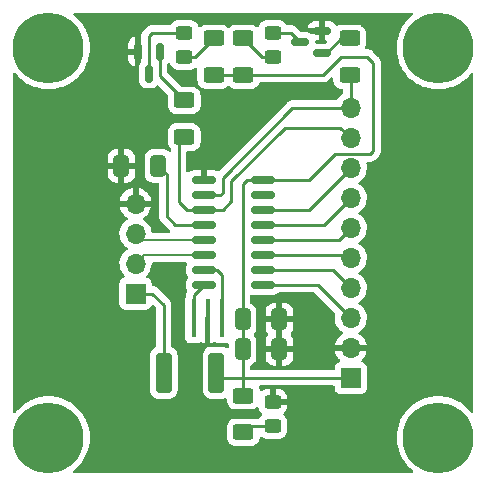
<source format=gbr>
%TF.GenerationSoftware,KiCad,Pcbnew,(6.0.4)*%
%TF.CreationDate,2022-07-17T12:50:22+02:00*%
%TF.ProjectId,usb_usart_CH340_full_5v,7573625f-7573-4617-9274-5f4348333430,rev?*%
%TF.SameCoordinates,PX47868c0PY2faf080*%
%TF.FileFunction,Copper,L1,Top*%
%TF.FilePolarity,Positive*%
%FSLAX46Y46*%
G04 Gerber Fmt 4.6, Leading zero omitted, Abs format (unit mm)*
G04 Created by KiCad (PCBNEW (6.0.4)) date 2022-07-17 12:50:22*
%MOMM*%
%LPD*%
G01*
G04 APERTURE LIST*
G04 Aperture macros list*
%AMRoundRect*
0 Rectangle with rounded corners*
0 $1 Rounding radius*
0 $2 $3 $4 $5 $6 $7 $8 $9 X,Y pos of 4 corners*
0 Add a 4 corners polygon primitive as box body*
4,1,4,$2,$3,$4,$5,$6,$7,$8,$9,$2,$3,0*
0 Add four circle primitives for the rounded corners*
1,1,$1+$1,$2,$3*
1,1,$1+$1,$4,$5*
1,1,$1+$1,$6,$7*
1,1,$1+$1,$8,$9*
0 Add four rect primitives between the rounded corners*
20,1,$1+$1,$2,$3,$4,$5,0*
20,1,$1+$1,$4,$5,$6,$7,0*
20,1,$1+$1,$6,$7,$8,$9,0*
20,1,$1+$1,$8,$9,$2,$3,0*%
G04 Aperture macros list end*
%TA.AperFunction,ConnectorPad*%
%ADD10C,6.000000*%
%TD*%
%TA.AperFunction,ComponentPad*%
%ADD11C,3.400000*%
%TD*%
%TA.AperFunction,SMDPad,CuDef*%
%ADD12RoundRect,0.250000X0.412500X0.650000X-0.412500X0.650000X-0.412500X-0.650000X0.412500X-0.650000X0*%
%TD*%
%TA.AperFunction,SMDPad,CuDef*%
%ADD13RoundRect,0.150000X-0.850000X-0.150000X0.850000X-0.150000X0.850000X0.150000X-0.850000X0.150000X0*%
%TD*%
%TA.AperFunction,SMDPad,CuDef*%
%ADD14RoundRect,0.250000X0.625000X-0.400000X0.625000X0.400000X-0.625000X0.400000X-0.625000X-0.400000X0*%
%TD*%
%TA.AperFunction,SMDPad,CuDef*%
%ADD15RoundRect,0.250000X-0.625000X0.400000X-0.625000X-0.400000X0.625000X-0.400000X0.625000X0.400000X0*%
%TD*%
%TA.AperFunction,ComponentPad*%
%ADD16R,1.700000X1.700000*%
%TD*%
%TA.AperFunction,ComponentPad*%
%ADD17O,1.700000X1.700000*%
%TD*%
%TA.AperFunction,SMDPad,CuDef*%
%ADD18RoundRect,0.150000X0.587500X0.150000X-0.587500X0.150000X-0.587500X-0.150000X0.587500X-0.150000X0*%
%TD*%
%TA.AperFunction,SMDPad,CuDef*%
%ADD19R,0.400000X3.200000*%
%TD*%
%TA.AperFunction,SMDPad,CuDef*%
%ADD20RoundRect,0.250000X-0.450000X0.325000X-0.450000X-0.325000X0.450000X-0.325000X0.450000X0.325000X0*%
%TD*%
%TA.AperFunction,SMDPad,CuDef*%
%ADD21RoundRect,0.250000X-0.412500X-0.650000X0.412500X-0.650000X0.412500X0.650000X-0.412500X0.650000X0*%
%TD*%
%TA.AperFunction,SMDPad,CuDef*%
%ADD22RoundRect,0.150000X-0.150000X0.587500X-0.150000X-0.587500X0.150000X-0.587500X0.150000X0.587500X0*%
%TD*%
%TA.AperFunction,SMDPad,CuDef*%
%ADD23RoundRect,0.250000X-0.400000X-1.450000X0.400000X-1.450000X0.400000X1.450000X-0.400000X1.450000X0*%
%TD*%
%TA.AperFunction,Conductor*%
%ADD24C,0.250000*%
%TD*%
%TA.AperFunction,Conductor*%
%ADD25C,0.200000*%
%TD*%
G04 APERTURE END LIST*
D10*
X36500000Y-36500000D03*
D11*
X36500000Y-36500000D03*
D12*
X12812500Y-13500000D03*
X9687500Y-13500000D03*
D13*
X16652458Y-14690220D03*
X16652458Y-15960220D03*
X16652458Y-17230220D03*
X16652458Y-18500220D03*
X16652458Y-19770220D03*
X16652458Y-21040220D03*
X16652458Y-22310220D03*
X16652458Y-23580220D03*
X21652458Y-23580220D03*
X21652458Y-22310220D03*
X21652458Y-21040220D03*
X21652458Y-19770220D03*
X21652458Y-18500220D03*
X21652458Y-17230220D03*
X21652458Y-15960220D03*
X21652458Y-14690220D03*
D14*
X15000000Y-11050000D03*
X15000000Y-7950000D03*
D11*
X36500000Y-3500000D03*
D10*
X36500000Y-3500000D03*
D15*
X20000000Y-2700000D03*
X20000000Y-5800000D03*
D16*
X10875000Y-24300000D03*
D17*
X10875000Y-21760000D03*
X10875000Y-19220000D03*
X10875000Y-16680000D03*
D18*
X26687500Y-3950000D03*
X26687500Y-2050000D03*
X24812500Y-3000000D03*
D10*
X3500000Y-36500000D03*
D11*
X3500000Y-36500000D03*
D15*
X17500000Y-2700000D03*
X17500000Y-5800000D03*
D14*
X29000000Y-5800000D03*
X29000000Y-2700000D03*
D11*
X3500000Y-3500000D03*
D10*
X3500000Y-3500000D03*
D19*
X18200000Y-26401215D03*
X17000000Y-26401215D03*
X15800000Y-26401215D03*
D15*
X20000000Y-32950000D03*
X20000000Y-36050000D03*
D20*
X22500000Y-2225000D03*
X22500000Y-4275000D03*
X22500000Y-33475000D03*
X22500000Y-35525000D03*
D21*
X19937500Y-29000000D03*
X23062500Y-29000000D03*
D22*
X12950000Y-3812500D03*
X11050000Y-3812500D03*
X12000000Y-5687500D03*
D20*
X15000000Y-2225000D03*
X15000000Y-4275000D03*
D16*
X29100000Y-31450000D03*
D17*
X29100000Y-28910000D03*
X29100000Y-26370000D03*
X29100000Y-23830000D03*
X29100000Y-21290000D03*
X29100000Y-18750000D03*
X29100000Y-16210000D03*
X29100000Y-13670000D03*
X29100000Y-11130000D03*
X29100000Y-8590000D03*
D23*
X13275000Y-31000000D03*
X17725000Y-31000000D03*
D21*
X19937500Y-26500000D03*
X23062500Y-26500000D03*
D24*
X18175000Y-31450000D02*
X17725000Y-31000000D01*
X17500000Y-5800000D02*
X20000000Y-5800000D01*
X20050000Y-31450000D02*
X18175000Y-31450000D01*
X20000000Y-5800000D02*
X26725000Y-5800000D01*
X19937500Y-26500000D02*
X19937500Y-15062500D01*
X19937500Y-29000000D02*
X19937500Y-26500000D01*
X26725000Y-5800000D02*
X28275000Y-4250000D01*
X20000000Y-32950000D02*
X20000000Y-31500000D01*
X30745489Y-12495489D02*
X27754511Y-12495489D01*
X28275000Y-4250000D02*
X30500000Y-4250000D01*
X31000000Y-12240978D02*
X30745489Y-12495489D01*
X29100000Y-31450000D02*
X20050000Y-31450000D01*
X19937500Y-29000000D02*
X19937500Y-31337500D01*
X20000000Y-31500000D02*
X20050000Y-31450000D01*
X20309780Y-14690220D02*
X21652458Y-14690220D01*
X19937500Y-31337500D02*
X20050000Y-31450000D01*
X19937500Y-15062500D02*
X20309780Y-14690220D01*
X31000000Y-4750000D02*
X31000000Y-12240978D01*
X27754511Y-12495489D02*
X25559780Y-14690220D01*
X25559780Y-14690220D02*
X21652458Y-14690220D01*
X30500000Y-4250000D02*
X31000000Y-4750000D01*
X20000000Y-36050000D02*
X20525000Y-35525000D01*
X20525000Y-35525000D02*
X22500000Y-35525000D01*
D25*
X11425220Y-19770220D02*
X16652458Y-19770220D01*
X10875000Y-19220000D02*
X11425220Y-19770220D01*
X10875000Y-21760000D02*
X11594780Y-21040220D01*
X11594780Y-21040220D02*
X16652458Y-21040220D01*
D24*
X13500000Y-14187500D02*
X13500000Y-17750000D01*
X14250220Y-18500220D02*
X16652458Y-18500220D01*
X12812500Y-13500000D02*
X13500000Y-14187500D01*
X13500000Y-17750000D02*
X14250220Y-18500220D01*
X18250000Y-14500000D02*
X24160000Y-8590000D01*
X29100000Y-8590000D02*
X29100000Y-5900000D01*
X29100000Y-5900000D02*
X29000000Y-5800000D01*
X24160000Y-8590000D02*
X29100000Y-8590000D01*
X18250000Y-15750000D02*
X18250000Y-14500000D01*
X18039780Y-15960220D02*
X18250000Y-15750000D01*
X16652458Y-15960220D02*
X18039780Y-15960220D01*
X16652458Y-17230220D02*
X18269780Y-17230220D01*
X14550000Y-16550000D02*
X15230220Y-17230220D01*
X23500000Y-10250000D02*
X28220000Y-10250000D01*
X19000000Y-14750000D02*
X23500000Y-10250000D01*
X28220000Y-10250000D02*
X29100000Y-11130000D01*
X15230220Y-17230220D02*
X16652458Y-17230220D01*
X15000000Y-11050000D02*
X14550000Y-11500000D01*
X18269780Y-17230220D02*
X19000000Y-16500000D01*
X19000000Y-16500000D02*
X19000000Y-14750000D01*
X14550000Y-11500000D02*
X14550000Y-16550000D01*
X21652458Y-17230220D02*
X25539780Y-17230220D01*
X25539780Y-17230220D02*
X29100000Y-13670000D01*
X21652458Y-18500220D02*
X26809780Y-18500220D01*
X26809780Y-18500220D02*
X29100000Y-16210000D01*
X21652458Y-19770220D02*
X28079780Y-19770220D01*
X28079780Y-19770220D02*
X29100000Y-18750000D01*
X21652458Y-21040220D02*
X28850220Y-21040220D01*
X28850220Y-21040220D02*
X29100000Y-21290000D01*
X27580220Y-22310220D02*
X29100000Y-23830000D01*
X21652458Y-22310220D02*
X27580220Y-22310220D01*
X26310220Y-23580220D02*
X29100000Y-26370000D01*
X21652458Y-23580220D02*
X26310220Y-23580220D01*
X21575000Y-4275000D02*
X22500000Y-4275000D01*
X20000000Y-2700000D02*
X21575000Y-4275000D01*
X12000000Y-2500000D02*
X12275000Y-2225000D01*
X12000000Y-5687500D02*
X12000000Y-2500000D01*
X12275000Y-2225000D02*
X15000000Y-2225000D01*
X15925000Y-4275000D02*
X17500000Y-2700000D01*
X15000000Y-4275000D02*
X15925000Y-4275000D01*
X22500000Y-2225000D02*
X24037500Y-2225000D01*
X24037500Y-2225000D02*
X24812500Y-3000000D01*
X10875000Y-24300000D02*
X12300000Y-24300000D01*
X12300000Y-24300000D02*
X13275000Y-25275000D01*
X13275000Y-25275000D02*
X13275000Y-31000000D01*
X28300000Y-2700000D02*
X29000000Y-2700000D01*
X27050000Y-3950000D02*
X28300000Y-2700000D01*
X26687500Y-3950000D02*
X27050000Y-3950000D01*
X15000000Y-7950000D02*
X12950000Y-5900000D01*
X12950000Y-5900000D02*
X12950000Y-3812500D01*
X17810220Y-22310220D02*
X16652458Y-22310220D01*
X18200000Y-26401215D02*
X18200000Y-22700000D01*
X18200000Y-22700000D02*
X17810220Y-22310220D01*
X15800000Y-24432678D02*
X16652458Y-23580220D01*
X15800000Y-26401215D02*
X15800000Y-24432678D01*
%TA.AperFunction,Conductor*%
G36*
X34331441Y-528502D02*
G01*
X34377934Y-582158D01*
X34388038Y-652432D01*
X34358544Y-717012D01*
X34342614Y-732420D01*
X34149133Y-889098D01*
X33889098Y-1149133D01*
X33657668Y-1434925D01*
X33655866Y-1437700D01*
X33462940Y-1734782D01*
X33457380Y-1743343D01*
X33455885Y-1746277D01*
X33455881Y-1746284D01*
X33322530Y-2008000D01*
X33290427Y-2071006D01*
X33158639Y-2414326D01*
X33063459Y-2769541D01*
X33048993Y-2860878D01*
X33007715Y-3121498D01*
X33005931Y-3132759D01*
X32986685Y-3500000D01*
X33005931Y-3867241D01*
X33006444Y-3870481D01*
X33006445Y-3870489D01*
X33032888Y-4037442D01*
X33063459Y-4230459D01*
X33158639Y-4585674D01*
X33159824Y-4588762D01*
X33159825Y-4588764D01*
X33192350Y-4673495D01*
X33290427Y-4928994D01*
X33291925Y-4931934D01*
X33430115Y-5203146D01*
X33457380Y-5256657D01*
X33459176Y-5259423D01*
X33459178Y-5259426D01*
X33519827Y-5352817D01*
X33657668Y-5565075D01*
X33889098Y-5850867D01*
X34149133Y-6110902D01*
X34434925Y-6342332D01*
X34527108Y-6402196D01*
X34722320Y-6528968D01*
X34743342Y-6542620D01*
X34746276Y-6544115D01*
X34746283Y-6544119D01*
X35016512Y-6681807D01*
X35071006Y-6709573D01*
X35280782Y-6790098D01*
X35398865Y-6835426D01*
X35414326Y-6841361D01*
X35769541Y-6936541D01*
X35962558Y-6967112D01*
X36129511Y-6993555D01*
X36129519Y-6993556D01*
X36132759Y-6994069D01*
X36500000Y-7013315D01*
X36867241Y-6994069D01*
X36870481Y-6993556D01*
X36870489Y-6993555D01*
X37037442Y-6967112D01*
X37230459Y-6936541D01*
X37585674Y-6841361D01*
X37601136Y-6835426D01*
X37719218Y-6790098D01*
X37928994Y-6709573D01*
X37983488Y-6681807D01*
X38253717Y-6544119D01*
X38253724Y-6544115D01*
X38256658Y-6542620D01*
X38277681Y-6528968D01*
X38472892Y-6402196D01*
X38565075Y-6342332D01*
X38850867Y-6110902D01*
X39110902Y-5850867D01*
X39267580Y-5657386D01*
X39325994Y-5617034D01*
X39396951Y-5614668D01*
X39457923Y-5651041D01*
X39489551Y-5714604D01*
X39491500Y-5736680D01*
X39491500Y-34263320D01*
X39471498Y-34331441D01*
X39417842Y-34377934D01*
X39347568Y-34388038D01*
X39282988Y-34358544D01*
X39267580Y-34342614D01*
X39207002Y-34267807D01*
X39110902Y-34149133D01*
X38850867Y-33889098D01*
X38565075Y-33657668D01*
X38331782Y-33506166D01*
X38259427Y-33459178D01*
X38259424Y-33459176D01*
X38256658Y-33457380D01*
X38253724Y-33455885D01*
X38253717Y-33455881D01*
X37931934Y-33291925D01*
X37928994Y-33290427D01*
X37585674Y-33158639D01*
X37230459Y-33063459D01*
X37027390Y-33031296D01*
X36870489Y-33006445D01*
X36870481Y-33006444D01*
X36867241Y-33005931D01*
X36500000Y-32986685D01*
X36132759Y-33005931D01*
X36129519Y-33006444D01*
X36129511Y-33006445D01*
X35972610Y-33031296D01*
X35769541Y-33063459D01*
X35414326Y-33158639D01*
X35071006Y-33290427D01*
X35068066Y-33291925D01*
X34746284Y-33455881D01*
X34746277Y-33455885D01*
X34743343Y-33457380D01*
X34434925Y-33657668D01*
X34149133Y-33889098D01*
X33889098Y-34149133D01*
X33657668Y-34434925D01*
X33655866Y-34437700D01*
X33464144Y-34732928D01*
X33457380Y-34743343D01*
X33455885Y-34746277D01*
X33455881Y-34746284D01*
X33300355Y-35051522D01*
X33290427Y-35071006D01*
X33158639Y-35414326D01*
X33063459Y-35769541D01*
X33005931Y-36132759D01*
X32986685Y-36500000D01*
X33005931Y-36867241D01*
X33006444Y-36870481D01*
X33006445Y-36870489D01*
X33015795Y-36929521D01*
X33063459Y-37230459D01*
X33158639Y-37585674D01*
X33290427Y-37928994D01*
X33457380Y-38256657D01*
X33657668Y-38565075D01*
X33889098Y-38850867D01*
X34149133Y-39110902D01*
X34151708Y-39112987D01*
X34342614Y-39267580D01*
X34382966Y-39325994D01*
X34385332Y-39396951D01*
X34348959Y-39457923D01*
X34285396Y-39489551D01*
X34263320Y-39491500D01*
X5736680Y-39491500D01*
X5668559Y-39471498D01*
X5622066Y-39417842D01*
X5611962Y-39347568D01*
X5641456Y-39282988D01*
X5657386Y-39267580D01*
X5848292Y-39112987D01*
X5850867Y-39110902D01*
X6110902Y-38850867D01*
X6342332Y-38565075D01*
X6542620Y-38256657D01*
X6709573Y-37928994D01*
X6841361Y-37585674D01*
X6936541Y-37230459D01*
X6984205Y-36929521D01*
X6993555Y-36870489D01*
X6993556Y-36870481D01*
X6994069Y-36867241D01*
X7013315Y-36500000D01*
X6994069Y-36132759D01*
X6936541Y-35769541D01*
X6841361Y-35414326D01*
X6709573Y-35071006D01*
X6699645Y-35051522D01*
X6544119Y-34746284D01*
X6544115Y-34746277D01*
X6542620Y-34743343D01*
X6535857Y-34732928D01*
X6344134Y-34437700D01*
X6342332Y-34434925D01*
X6110902Y-34149133D01*
X5850867Y-33889098D01*
X5565075Y-33657668D01*
X5331782Y-33506166D01*
X5259427Y-33459178D01*
X5259424Y-33459176D01*
X5256658Y-33457380D01*
X5253724Y-33455885D01*
X5253717Y-33455881D01*
X4931934Y-33291925D01*
X4928994Y-33290427D01*
X4585674Y-33158639D01*
X4230459Y-33063459D01*
X4027390Y-33031296D01*
X3870489Y-33006445D01*
X3870481Y-33006444D01*
X3867241Y-33005931D01*
X3500000Y-32986685D01*
X3132759Y-33005931D01*
X3129519Y-33006444D01*
X3129511Y-33006445D01*
X2972610Y-33031296D01*
X2769541Y-33063459D01*
X2414326Y-33158639D01*
X2071006Y-33290427D01*
X2068066Y-33291925D01*
X1746284Y-33455881D01*
X1746277Y-33455885D01*
X1743343Y-33457380D01*
X1434925Y-33657668D01*
X1149133Y-33889098D01*
X889098Y-34149133D01*
X792998Y-34267807D01*
X732420Y-34342614D01*
X674006Y-34382966D01*
X603049Y-34385332D01*
X542077Y-34348959D01*
X510449Y-34285396D01*
X508500Y-34263320D01*
X508500Y-21726695D01*
X9512251Y-21726695D01*
X9512548Y-21731848D01*
X9512548Y-21731851D01*
X9522773Y-21909188D01*
X9525110Y-21949715D01*
X9526247Y-21954761D01*
X9526248Y-21954767D01*
X9535603Y-21996277D01*
X9574222Y-22167639D01*
X9658266Y-22374616D01*
X9691573Y-22428968D01*
X9735161Y-22500097D01*
X9774987Y-22565088D01*
X9921250Y-22733938D01*
X9925230Y-22737242D01*
X9929981Y-22741187D01*
X9969616Y-22800090D01*
X9971113Y-22871071D01*
X9933997Y-22931593D01*
X9893725Y-22956112D01*
X9853281Y-22971274D01*
X9778295Y-22999385D01*
X9661739Y-23086739D01*
X9574385Y-23203295D01*
X9523255Y-23339684D01*
X9516500Y-23401866D01*
X9516500Y-25198134D01*
X9523255Y-25260316D01*
X9574385Y-25396705D01*
X9661739Y-25513261D01*
X9778295Y-25600615D01*
X9914684Y-25651745D01*
X9976866Y-25658500D01*
X11773134Y-25658500D01*
X11835316Y-25651745D01*
X11971705Y-25600615D01*
X12088261Y-25513261D01*
X12175615Y-25396705D01*
X12181056Y-25382193D01*
X12195586Y-25343433D01*
X12238227Y-25286668D01*
X12304789Y-25261968D01*
X12374138Y-25277175D01*
X12402663Y-25298567D01*
X12604595Y-25500499D01*
X12638621Y-25562811D01*
X12641500Y-25589594D01*
X12641500Y-28737484D01*
X12621498Y-28805605D01*
X12567842Y-28852098D01*
X12560126Y-28855137D01*
X12558003Y-28856132D01*
X12551054Y-28858450D01*
X12400652Y-28951522D01*
X12275695Y-29076697D01*
X12271855Y-29082927D01*
X12271854Y-29082928D01*
X12213272Y-29177966D01*
X12182885Y-29227262D01*
X12127203Y-29395139D01*
X12116500Y-29499600D01*
X12116500Y-32500400D01*
X12116837Y-32503646D01*
X12116837Y-32503650D01*
X12117701Y-32511972D01*
X12127474Y-32606166D01*
X12183450Y-32773946D01*
X12276522Y-32924348D01*
X12401697Y-33049305D01*
X12407927Y-33053145D01*
X12407928Y-33053146D01*
X12545090Y-33137694D01*
X12552262Y-33142115D01*
X12619061Y-33164271D01*
X12713611Y-33195632D01*
X12713613Y-33195632D01*
X12720139Y-33197797D01*
X12726975Y-33198497D01*
X12726978Y-33198498D01*
X12769798Y-33202885D01*
X12824600Y-33208500D01*
X13725400Y-33208500D01*
X13728646Y-33208163D01*
X13728650Y-33208163D01*
X13824308Y-33198238D01*
X13824312Y-33198237D01*
X13831166Y-33197526D01*
X13837702Y-33195345D01*
X13837704Y-33195345D01*
X13969806Y-33151272D01*
X13998946Y-33141550D01*
X14149348Y-33048478D01*
X14274305Y-32923303D01*
X14345071Y-32808500D01*
X14363275Y-32778968D01*
X14363276Y-32778966D01*
X14367115Y-32772738D01*
X14422797Y-32604861D01*
X14433500Y-32500400D01*
X14433500Y-29499600D01*
X14422526Y-29393834D01*
X14366550Y-29226054D01*
X14273478Y-29075652D01*
X14148303Y-28950695D01*
X14060889Y-28896812D01*
X14003968Y-28861725D01*
X14003966Y-28861724D01*
X13997738Y-28857885D01*
X13990791Y-28855581D01*
X13984156Y-28852487D01*
X13985199Y-28850251D01*
X13936462Y-28816477D01*
X13909234Y-28750909D01*
X13908500Y-28737328D01*
X13908500Y-25353767D01*
X13909027Y-25342584D01*
X13910702Y-25335091D01*
X13908562Y-25267014D01*
X13908500Y-25263055D01*
X13908500Y-25235144D01*
X13907995Y-25231144D01*
X13907062Y-25219301D01*
X13907027Y-25218164D01*
X13905673Y-25175110D01*
X13900022Y-25155658D01*
X13896014Y-25136306D01*
X13894467Y-25124063D01*
X13893474Y-25116203D01*
X13890556Y-25108832D01*
X13877200Y-25075097D01*
X13873355Y-25063870D01*
X13864477Y-25033314D01*
X13861018Y-25021407D01*
X13856984Y-25014585D01*
X13856981Y-25014579D01*
X13850706Y-25003968D01*
X13842010Y-24986218D01*
X13837472Y-24974756D01*
X13837469Y-24974751D01*
X13834552Y-24967383D01*
X13808573Y-24931625D01*
X13802057Y-24921707D01*
X13783575Y-24890457D01*
X13779542Y-24883637D01*
X13765218Y-24869313D01*
X13752376Y-24854278D01*
X13740472Y-24837893D01*
X13706406Y-24809711D01*
X13697627Y-24801722D01*
X12803652Y-23907747D01*
X12796112Y-23899461D01*
X12792000Y-23892982D01*
X12742348Y-23846356D01*
X12739507Y-23843602D01*
X12719770Y-23823865D01*
X12716573Y-23821385D01*
X12707551Y-23813680D01*
X12692108Y-23799178D01*
X12675321Y-23783414D01*
X12668375Y-23779595D01*
X12668372Y-23779593D01*
X12657566Y-23773652D01*
X12641047Y-23762801D01*
X12640583Y-23762441D01*
X12625041Y-23750386D01*
X12617772Y-23747241D01*
X12617768Y-23747238D01*
X12584463Y-23732826D01*
X12573813Y-23727609D01*
X12535060Y-23706305D01*
X12515437Y-23701267D01*
X12496734Y-23694863D01*
X12485420Y-23689967D01*
X12485419Y-23689967D01*
X12478145Y-23686819D01*
X12470322Y-23685580D01*
X12470312Y-23685577D01*
X12434476Y-23679901D01*
X12422856Y-23677495D01*
X12387711Y-23668472D01*
X12387710Y-23668472D01*
X12380030Y-23666500D01*
X12359776Y-23666500D01*
X12339940Y-23664929D01*
X12339664Y-23664885D01*
X12275541Y-23634408D01*
X12238075Y-23574102D01*
X12233500Y-23540456D01*
X12233500Y-23401866D01*
X12226745Y-23339684D01*
X12175615Y-23203295D01*
X12088261Y-23086739D01*
X11971705Y-22999385D01*
X11921663Y-22980625D01*
X11853203Y-22954960D01*
X11796439Y-22912318D01*
X11771739Y-22845756D01*
X11786947Y-22776408D01*
X11808493Y-22747727D01*
X11892405Y-22664108D01*
X11913096Y-22643489D01*
X11938577Y-22608029D01*
X12040435Y-22466277D01*
X12043453Y-22462077D01*
X12059817Y-22428968D01*
X12140136Y-22266453D01*
X12140137Y-22266451D01*
X12142430Y-22261811D01*
X12207370Y-22048069D01*
X12236529Y-21826590D01*
X12237202Y-21799061D01*
X12237872Y-21771641D01*
X12259532Y-21704030D01*
X12314308Y-21658862D01*
X12363834Y-21648720D01*
X15119019Y-21648720D01*
X15187140Y-21668722D01*
X15233633Y-21722378D01*
X15243737Y-21792652D01*
X15227474Y-21838856D01*
X15193313Y-21896619D01*
X15146896Y-22056389D01*
X15143958Y-22093718D01*
X15143958Y-22526722D01*
X15144151Y-22529170D01*
X15144151Y-22529178D01*
X15145098Y-22541203D01*
X15146896Y-22564051D01*
X15193313Y-22723821D01*
X15278005Y-22867027D01*
X15280687Y-22869709D01*
X15305960Y-22934081D01*
X15292058Y-23003704D01*
X15281886Y-23019532D01*
X15278005Y-23023413D01*
X15193313Y-23166619D01*
X15146896Y-23326389D01*
X15146392Y-23332794D01*
X15146391Y-23332799D01*
X15145231Y-23347540D01*
X15143958Y-23363718D01*
X15143958Y-23796722D01*
X15144151Y-23799170D01*
X15144151Y-23799178D01*
X15145904Y-23821441D01*
X15146896Y-23834051D01*
X15193313Y-23993821D01*
X15197349Y-24000645D01*
X15221525Y-24041524D01*
X15238985Y-24110340D01*
X15223488Y-24166362D01*
X15206305Y-24197618D01*
X15201432Y-24216599D01*
X15201267Y-24217240D01*
X15194863Y-24235944D01*
X15191287Y-24244209D01*
X15186819Y-24254533D01*
X15185580Y-24262356D01*
X15185577Y-24262366D01*
X15179901Y-24298202D01*
X15177495Y-24309822D01*
X15171850Y-24331811D01*
X15166500Y-24352648D01*
X15166500Y-24372902D01*
X15164949Y-24392612D01*
X15161780Y-24412621D01*
X15162526Y-24420513D01*
X15165941Y-24456639D01*
X15166500Y-24468497D01*
X15166500Y-24493665D01*
X15151736Y-24551373D01*
X15149385Y-24554510D01*
X15098255Y-24690899D01*
X15091500Y-24753081D01*
X15091500Y-28049349D01*
X15098255Y-28111531D01*
X15149385Y-28247920D01*
X15236739Y-28364476D01*
X15353295Y-28451830D01*
X15489684Y-28502960D01*
X15551866Y-28509715D01*
X16048134Y-28509715D01*
X16110316Y-28502960D01*
X16246705Y-28451830D01*
X16324852Y-28393262D01*
X16391358Y-28368414D01*
X16460741Y-28383467D01*
X16475982Y-28393262D01*
X16546352Y-28446001D01*
X16561946Y-28454539D01*
X16682394Y-28499693D01*
X16697649Y-28503320D01*
X16748514Y-28508846D01*
X16755328Y-28509215D01*
X16781885Y-28509215D01*
X16797124Y-28504740D01*
X16798329Y-28503350D01*
X16800000Y-28495667D01*
X16800000Y-26327215D01*
X16820002Y-26259094D01*
X16873658Y-26212601D01*
X16926000Y-26201215D01*
X17074000Y-26201215D01*
X17142121Y-26221217D01*
X17188614Y-26274873D01*
X17200000Y-26327215D01*
X17200000Y-28491099D01*
X17204475Y-28506338D01*
X17205865Y-28507543D01*
X17213548Y-28509214D01*
X17244669Y-28509214D01*
X17251490Y-28508844D01*
X17302352Y-28503320D01*
X17317604Y-28499694D01*
X17438054Y-28454539D01*
X17453648Y-28446001D01*
X17524018Y-28393262D01*
X17590524Y-28368414D01*
X17659907Y-28383467D01*
X17675148Y-28393262D01*
X17753295Y-28451830D01*
X17889684Y-28502960D01*
X17951866Y-28509715D01*
X18448134Y-28509715D01*
X18510316Y-28502960D01*
X18596271Y-28470737D01*
X18667077Y-28465554D01*
X18729446Y-28499475D01*
X18763576Y-28561730D01*
X18766500Y-28588719D01*
X18766500Y-28828691D01*
X18746498Y-28896812D01*
X18692842Y-28943305D01*
X18622568Y-28953409D01*
X18574384Y-28935951D01*
X18453968Y-28861725D01*
X18453966Y-28861724D01*
X18447738Y-28857885D01*
X18287254Y-28804655D01*
X18286389Y-28804368D01*
X18286387Y-28804368D01*
X18279861Y-28802203D01*
X18273025Y-28801503D01*
X18273022Y-28801502D01*
X18229969Y-28797091D01*
X18175400Y-28791500D01*
X17274600Y-28791500D01*
X17271354Y-28791837D01*
X17271350Y-28791837D01*
X17175692Y-28801762D01*
X17175688Y-28801763D01*
X17168834Y-28802474D01*
X17162298Y-28804655D01*
X17162296Y-28804655D01*
X17091499Y-28828275D01*
X17001054Y-28858450D01*
X16850652Y-28951522D01*
X16725695Y-29076697D01*
X16721855Y-29082927D01*
X16721854Y-29082928D01*
X16663272Y-29177966D01*
X16632885Y-29227262D01*
X16577203Y-29395139D01*
X16566500Y-29499600D01*
X16566500Y-32500400D01*
X16566837Y-32503646D01*
X16566837Y-32503650D01*
X16567701Y-32511972D01*
X16577474Y-32606166D01*
X16633450Y-32773946D01*
X16726522Y-32924348D01*
X16851697Y-33049305D01*
X16857927Y-33053145D01*
X16857928Y-33053146D01*
X16995090Y-33137694D01*
X17002262Y-33142115D01*
X17069061Y-33164271D01*
X17163611Y-33195632D01*
X17163613Y-33195632D01*
X17170139Y-33197797D01*
X17176975Y-33198497D01*
X17176978Y-33198498D01*
X17219798Y-33202885D01*
X17274600Y-33208500D01*
X18175400Y-33208500D01*
X18178646Y-33208163D01*
X18178650Y-33208163D01*
X18274308Y-33198238D01*
X18274312Y-33198237D01*
X18281166Y-33197526D01*
X18287702Y-33195345D01*
X18287704Y-33195345D01*
X18448946Y-33141550D01*
X18449837Y-33144221D01*
X18507226Y-33135403D01*
X18572088Y-33164271D01*
X18611047Y-33223623D01*
X18616500Y-33260288D01*
X18616500Y-33400400D01*
X18616837Y-33403646D01*
X18616837Y-33403650D01*
X18622599Y-33459178D01*
X18627474Y-33506166D01*
X18683450Y-33673946D01*
X18776522Y-33824348D01*
X18901697Y-33949305D01*
X18907927Y-33953145D01*
X18907928Y-33953146D01*
X19045090Y-34037694D01*
X19052262Y-34042115D01*
X19132005Y-34068564D01*
X19213611Y-34095632D01*
X19213613Y-34095632D01*
X19220139Y-34097797D01*
X19226975Y-34098497D01*
X19226978Y-34098498D01*
X19270031Y-34102909D01*
X19324600Y-34108500D01*
X20675400Y-34108500D01*
X20678646Y-34108163D01*
X20678650Y-34108163D01*
X20774308Y-34098238D01*
X20774312Y-34098237D01*
X20781166Y-34097526D01*
X20787702Y-34095345D01*
X20787704Y-34095345D01*
X20919806Y-34051272D01*
X20948946Y-34041550D01*
X21099348Y-33948478D01*
X21105931Y-33941883D01*
X21107133Y-33941226D01*
X21110258Y-33938749D01*
X21110682Y-33939284D01*
X21168212Y-33907802D01*
X21239032Y-33912802D01*
X21295906Y-33955297D01*
X21314631Y-33991022D01*
X21356588Y-34116784D01*
X21362761Y-34129962D01*
X21448063Y-34267807D01*
X21457099Y-34279208D01*
X21571828Y-34393738D01*
X21580762Y-34400794D01*
X21621823Y-34458712D01*
X21625053Y-34529635D01*
X21589426Y-34591046D01*
X21581593Y-34597846D01*
X21575652Y-34601522D01*
X21450695Y-34726697D01*
X21446855Y-34732927D01*
X21446854Y-34732928D01*
X21386022Y-34831616D01*
X21333250Y-34879109D01*
X21278762Y-34891500D01*
X20603767Y-34891500D01*
X20592584Y-34890973D01*
X20585091Y-34889298D01*
X20577165Y-34889547D01*
X20577164Y-34889547D01*
X20517014Y-34891438D01*
X20513055Y-34891500D01*
X19324600Y-34891500D01*
X19321354Y-34891837D01*
X19321350Y-34891837D01*
X19225692Y-34901762D01*
X19225688Y-34901763D01*
X19218834Y-34902474D01*
X19212298Y-34904655D01*
X19212296Y-34904655D01*
X19080194Y-34948728D01*
X19051054Y-34958450D01*
X18900652Y-35051522D01*
X18775695Y-35176697D01*
X18682885Y-35327262D01*
X18627203Y-35495139D01*
X18616500Y-35599600D01*
X18616500Y-36500400D01*
X18616837Y-36503646D01*
X18616837Y-36503650D01*
X18626629Y-36598021D01*
X18627474Y-36606166D01*
X18683450Y-36773946D01*
X18776522Y-36924348D01*
X18901697Y-37049305D01*
X18907927Y-37053145D01*
X18907928Y-37053146D01*
X19045090Y-37137694D01*
X19052262Y-37142115D01*
X19132005Y-37168564D01*
X19213611Y-37195632D01*
X19213613Y-37195632D01*
X19220139Y-37197797D01*
X19226975Y-37198497D01*
X19226978Y-37198498D01*
X19270031Y-37202909D01*
X19324600Y-37208500D01*
X20675400Y-37208500D01*
X20678646Y-37208163D01*
X20678650Y-37208163D01*
X20774308Y-37198238D01*
X20774312Y-37198237D01*
X20781166Y-37197526D01*
X20787702Y-37195345D01*
X20787704Y-37195345D01*
X20919806Y-37151272D01*
X20948946Y-37141550D01*
X21099348Y-37048478D01*
X21224305Y-36923303D01*
X21317115Y-36772738D01*
X21372797Y-36604861D01*
X21378990Y-36544419D01*
X21379524Y-36539210D01*
X21406366Y-36473482D01*
X21464481Y-36432701D01*
X21535419Y-36429813D01*
X21576324Y-36449910D01*
X21576697Y-36449305D01*
X21720090Y-36537694D01*
X21727262Y-36542115D01*
X21807005Y-36568564D01*
X21888611Y-36595632D01*
X21888613Y-36595632D01*
X21895139Y-36597797D01*
X21901975Y-36598497D01*
X21901978Y-36598498D01*
X21945031Y-36602909D01*
X21999600Y-36608500D01*
X23000400Y-36608500D01*
X23003646Y-36608163D01*
X23003650Y-36608163D01*
X23099308Y-36598238D01*
X23099312Y-36598237D01*
X23106166Y-36597526D01*
X23112702Y-36595345D01*
X23112704Y-36595345D01*
X23244806Y-36551272D01*
X23273946Y-36541550D01*
X23424348Y-36448478D01*
X23442981Y-36429813D01*
X23544134Y-36328483D01*
X23549305Y-36323303D01*
X23642115Y-36172738D01*
X23697797Y-36004861D01*
X23708500Y-35900400D01*
X23708500Y-35149600D01*
X23708163Y-35146350D01*
X23698238Y-35050692D01*
X23698237Y-35050688D01*
X23697526Y-35043834D01*
X23641550Y-34876054D01*
X23548478Y-34725652D01*
X23423303Y-34600695D01*
X23418765Y-34597898D01*
X23378176Y-34540647D01*
X23374946Y-34469724D01*
X23410572Y-34408313D01*
X23419068Y-34400938D01*
X23429207Y-34392902D01*
X23543739Y-34278171D01*
X23552751Y-34266760D01*
X23637816Y-34128757D01*
X23643963Y-34115576D01*
X23695138Y-33961290D01*
X23698005Y-33947914D01*
X23707672Y-33853562D01*
X23708000Y-33847146D01*
X23708000Y-33747115D01*
X23703525Y-33731876D01*
X23702135Y-33730671D01*
X23694452Y-33729000D01*
X22372000Y-33729000D01*
X22303879Y-33708998D01*
X22257386Y-33655342D01*
X22246000Y-33603000D01*
X22246000Y-33202885D01*
X22754000Y-33202885D01*
X22758475Y-33218124D01*
X22759865Y-33219329D01*
X22767548Y-33221000D01*
X23689884Y-33221000D01*
X23705123Y-33216525D01*
X23706328Y-33215135D01*
X23707999Y-33207452D01*
X23707999Y-33102905D01*
X23707662Y-33096386D01*
X23697743Y-33000794D01*
X23694851Y-32987400D01*
X23643412Y-32833216D01*
X23637239Y-32820038D01*
X23551937Y-32682193D01*
X23542901Y-32670792D01*
X23428171Y-32556261D01*
X23416760Y-32547249D01*
X23278757Y-32462184D01*
X23265576Y-32456037D01*
X23111290Y-32404862D01*
X23097914Y-32401995D01*
X23003562Y-32392328D01*
X22997145Y-32392000D01*
X22772115Y-32392000D01*
X22756876Y-32396475D01*
X22755671Y-32397865D01*
X22754000Y-32405548D01*
X22754000Y-33202885D01*
X22246000Y-33202885D01*
X22246000Y-32410116D01*
X22241525Y-32394877D01*
X22240135Y-32393672D01*
X22232452Y-32392001D01*
X22002905Y-32392001D01*
X21996386Y-32392338D01*
X21900794Y-32402257D01*
X21887400Y-32405149D01*
X21733216Y-32456588D01*
X21720038Y-32462761D01*
X21575965Y-32551917D01*
X21575123Y-32550556D01*
X21517330Y-32573946D01*
X21447566Y-32560772D01*
X21395999Y-32511972D01*
X21379554Y-32461566D01*
X21373238Y-32400692D01*
X21373237Y-32400688D01*
X21372526Y-32393834D01*
X21324331Y-32249376D01*
X21321747Y-32178427D01*
X21357930Y-32117343D01*
X21421395Y-32085518D01*
X21443855Y-32083500D01*
X27615500Y-32083500D01*
X27683621Y-32103502D01*
X27730114Y-32157158D01*
X27741500Y-32209500D01*
X27741500Y-32348134D01*
X27748255Y-32410316D01*
X27799385Y-32546705D01*
X27886739Y-32663261D01*
X28003295Y-32750615D01*
X28139684Y-32801745D01*
X28201866Y-32808500D01*
X29998134Y-32808500D01*
X30060316Y-32801745D01*
X30196705Y-32750615D01*
X30313261Y-32663261D01*
X30400615Y-32546705D01*
X30451745Y-32410316D01*
X30458500Y-32348134D01*
X30458500Y-30551866D01*
X30451745Y-30489684D01*
X30400615Y-30353295D01*
X30313261Y-30236739D01*
X30196705Y-30149385D01*
X30129919Y-30124348D01*
X30077687Y-30104767D01*
X30020923Y-30062125D01*
X29996223Y-29995564D01*
X30011430Y-29926215D01*
X30032977Y-29897535D01*
X30134052Y-29796812D01*
X30140730Y-29788965D01*
X30265003Y-29616020D01*
X30270313Y-29607183D01*
X30364670Y-29416267D01*
X30368469Y-29406672D01*
X30430377Y-29202910D01*
X30432555Y-29192837D01*
X30433986Y-29181962D01*
X30431775Y-29167778D01*
X30418617Y-29164000D01*
X27783225Y-29164000D01*
X27769694Y-29167973D01*
X27768257Y-29177966D01*
X27798565Y-29312446D01*
X27801645Y-29322275D01*
X27881770Y-29519603D01*
X27886413Y-29528794D01*
X27997694Y-29710388D01*
X28003777Y-29718699D01*
X28143213Y-29879667D01*
X28150577Y-29886879D01*
X28155522Y-29890985D01*
X28195156Y-29949889D01*
X28196653Y-30020870D01*
X28159537Y-30081392D01*
X28119264Y-30105910D01*
X28011705Y-30146232D01*
X28011704Y-30146233D01*
X28003295Y-30149385D01*
X27886739Y-30236739D01*
X27799385Y-30353295D01*
X27748255Y-30489684D01*
X27741500Y-30551866D01*
X27741500Y-30690500D01*
X27721498Y-30758621D01*
X27667842Y-30805114D01*
X27615500Y-30816500D01*
X20697000Y-30816500D01*
X20628879Y-30796498D01*
X20582386Y-30742842D01*
X20571000Y-30690500D01*
X20571000Y-30466686D01*
X20591002Y-30398565D01*
X20644658Y-30352072D01*
X20657115Y-30347165D01*
X20673946Y-30341550D01*
X20680913Y-30337239D01*
X20818120Y-30252332D01*
X20824348Y-30248478D01*
X20949305Y-30123303D01*
X20968909Y-30091500D01*
X21038275Y-29978968D01*
X21038276Y-29978966D01*
X21042115Y-29972738D01*
X21097797Y-29804861D01*
X21108500Y-29700400D01*
X21108500Y-29697095D01*
X21892001Y-29697095D01*
X21892338Y-29703614D01*
X21902257Y-29799206D01*
X21905149Y-29812600D01*
X21956588Y-29966784D01*
X21962761Y-29979962D01*
X22048063Y-30117807D01*
X22057099Y-30129208D01*
X22171829Y-30243739D01*
X22183240Y-30252751D01*
X22321243Y-30337816D01*
X22334424Y-30343963D01*
X22488710Y-30395138D01*
X22502086Y-30398005D01*
X22596438Y-30407672D01*
X22602854Y-30408000D01*
X22790385Y-30408000D01*
X22805624Y-30403525D01*
X22806829Y-30402135D01*
X22808500Y-30394452D01*
X22808500Y-30389884D01*
X23316500Y-30389884D01*
X23320975Y-30405123D01*
X23322365Y-30406328D01*
X23330048Y-30407999D01*
X23522095Y-30407999D01*
X23528614Y-30407662D01*
X23624206Y-30397743D01*
X23637600Y-30394851D01*
X23791784Y-30343412D01*
X23804962Y-30337239D01*
X23942807Y-30251937D01*
X23954208Y-30242901D01*
X24068739Y-30128171D01*
X24077751Y-30116760D01*
X24162816Y-29978757D01*
X24168963Y-29965576D01*
X24220138Y-29811290D01*
X24223005Y-29797914D01*
X24232672Y-29703562D01*
X24233000Y-29697146D01*
X24233000Y-29272115D01*
X24228525Y-29256876D01*
X24227135Y-29255671D01*
X24219452Y-29254000D01*
X23334615Y-29254000D01*
X23319376Y-29258475D01*
X23318171Y-29259865D01*
X23316500Y-29267548D01*
X23316500Y-30389884D01*
X22808500Y-30389884D01*
X22808500Y-29272115D01*
X22804025Y-29256876D01*
X22802635Y-29255671D01*
X22794952Y-29254000D01*
X21910116Y-29254000D01*
X21894877Y-29258475D01*
X21893672Y-29259865D01*
X21892001Y-29267548D01*
X21892001Y-29697095D01*
X21108500Y-29697095D01*
X21108500Y-28727885D01*
X21892000Y-28727885D01*
X21896475Y-28743124D01*
X21897865Y-28744329D01*
X21905548Y-28746000D01*
X22790385Y-28746000D01*
X22805624Y-28741525D01*
X22806829Y-28740135D01*
X22808500Y-28732452D01*
X22808500Y-28727885D01*
X23316500Y-28727885D01*
X23320975Y-28743124D01*
X23322365Y-28744329D01*
X23330048Y-28746000D01*
X24214884Y-28746000D01*
X24230123Y-28741525D01*
X24231328Y-28740135D01*
X24232999Y-28732452D01*
X24232999Y-28302905D01*
X24232662Y-28296386D01*
X24222743Y-28200794D01*
X24219851Y-28187400D01*
X24168412Y-28033216D01*
X24162239Y-28020038D01*
X24076937Y-27882193D01*
X24067901Y-27870792D01*
X24036183Y-27839129D01*
X24002104Y-27776846D01*
X24007107Y-27706026D01*
X24036029Y-27660937D01*
X24068739Y-27628171D01*
X24077751Y-27616760D01*
X24162816Y-27478757D01*
X24168963Y-27465576D01*
X24220138Y-27311290D01*
X24223005Y-27297914D01*
X24232672Y-27203562D01*
X24233000Y-27197146D01*
X24233000Y-26772115D01*
X24228525Y-26756876D01*
X24227135Y-26755671D01*
X24219452Y-26754000D01*
X23334615Y-26754000D01*
X23319376Y-26758475D01*
X23318171Y-26759865D01*
X23316500Y-26767548D01*
X23316500Y-28727885D01*
X22808500Y-28727885D01*
X22808500Y-26772115D01*
X22804025Y-26756876D01*
X22802635Y-26755671D01*
X22794952Y-26754000D01*
X21910116Y-26754000D01*
X21894877Y-26758475D01*
X21893672Y-26759865D01*
X21892001Y-26767548D01*
X21892001Y-27197095D01*
X21892338Y-27203614D01*
X21902257Y-27299206D01*
X21905149Y-27312600D01*
X21956588Y-27466784D01*
X21962761Y-27479962D01*
X22048063Y-27617807D01*
X22057099Y-27629208D01*
X22088817Y-27660871D01*
X22122896Y-27723154D01*
X22117893Y-27793974D01*
X22088971Y-27839063D01*
X22056261Y-27871829D01*
X22047249Y-27883240D01*
X21962184Y-28021243D01*
X21956037Y-28034424D01*
X21904862Y-28188710D01*
X21901995Y-28202086D01*
X21892328Y-28296438D01*
X21892000Y-28302855D01*
X21892000Y-28727885D01*
X21108500Y-28727885D01*
X21108500Y-28299600D01*
X21108163Y-28296350D01*
X21098238Y-28200692D01*
X21098237Y-28200688D01*
X21097526Y-28193834D01*
X21070068Y-28111531D01*
X21043868Y-28033002D01*
X21041550Y-28026054D01*
X20948478Y-27875652D01*
X20943296Y-27870479D01*
X20943292Y-27870474D01*
X20911892Y-27839129D01*
X20877812Y-27776847D01*
X20882815Y-27706027D01*
X20911735Y-27660939D01*
X20944133Y-27628484D01*
X20949305Y-27623303D01*
X20975127Y-27581412D01*
X21038275Y-27478968D01*
X21038276Y-27478966D01*
X21042115Y-27472738D01*
X21097797Y-27304861D01*
X21108500Y-27200400D01*
X21108500Y-26227885D01*
X21892000Y-26227885D01*
X21896475Y-26243124D01*
X21897865Y-26244329D01*
X21905548Y-26246000D01*
X22790385Y-26246000D01*
X22805624Y-26241525D01*
X22806829Y-26240135D01*
X22808500Y-26232452D01*
X22808500Y-26227885D01*
X23316500Y-26227885D01*
X23320975Y-26243124D01*
X23322365Y-26244329D01*
X23330048Y-26246000D01*
X24214884Y-26246000D01*
X24230123Y-26241525D01*
X24231328Y-26240135D01*
X24232999Y-26232452D01*
X24232999Y-25802905D01*
X24232662Y-25796386D01*
X24222743Y-25700794D01*
X24219851Y-25687400D01*
X24168412Y-25533216D01*
X24162239Y-25520038D01*
X24076937Y-25382193D01*
X24067901Y-25370792D01*
X23953171Y-25256261D01*
X23941760Y-25247249D01*
X23803757Y-25162184D01*
X23790576Y-25156037D01*
X23636290Y-25104862D01*
X23622914Y-25101995D01*
X23528562Y-25092328D01*
X23522145Y-25092000D01*
X23334615Y-25092000D01*
X23319376Y-25096475D01*
X23318171Y-25097865D01*
X23316500Y-25105548D01*
X23316500Y-26227885D01*
X22808500Y-26227885D01*
X22808500Y-25110116D01*
X22804025Y-25094877D01*
X22802635Y-25093672D01*
X22794952Y-25092001D01*
X22602905Y-25092001D01*
X22596386Y-25092338D01*
X22500794Y-25102257D01*
X22487400Y-25105149D01*
X22333216Y-25156588D01*
X22320038Y-25162761D01*
X22182193Y-25248063D01*
X22170792Y-25257099D01*
X22056261Y-25371829D01*
X22047249Y-25383240D01*
X21962184Y-25521243D01*
X21956037Y-25534424D01*
X21904862Y-25688710D01*
X21901995Y-25702086D01*
X21892328Y-25796438D01*
X21892000Y-25802855D01*
X21892000Y-26227885D01*
X21108500Y-26227885D01*
X21108500Y-25799600D01*
X21100396Y-25721492D01*
X21098238Y-25700692D01*
X21098237Y-25700688D01*
X21097526Y-25693834D01*
X21082559Y-25648971D01*
X21043868Y-25533002D01*
X21041550Y-25526054D01*
X20948478Y-25375652D01*
X20823303Y-25250695D01*
X20804858Y-25239325D01*
X20678968Y-25161725D01*
X20678966Y-25161724D01*
X20672738Y-25157885D01*
X20665789Y-25155580D01*
X20657330Y-25152774D01*
X20598971Y-25112342D01*
X20571736Y-25046777D01*
X20571000Y-25033182D01*
X20571000Y-24512044D01*
X20591002Y-24443923D01*
X20644658Y-24397430D01*
X20706886Y-24386432D01*
X20733500Y-24388527D01*
X20733508Y-24388527D01*
X20735956Y-24388720D01*
X22568960Y-24388720D01*
X22571408Y-24388527D01*
X22571416Y-24388527D01*
X22599879Y-24386287D01*
X22599884Y-24386286D01*
X22606289Y-24385782D01*
X22720338Y-24352648D01*
X22758446Y-24341577D01*
X22758448Y-24341576D01*
X22766059Y-24339365D01*
X22794869Y-24322327D01*
X22902438Y-24258711D01*
X22902441Y-24258709D01*
X22909265Y-24254673D01*
X22914873Y-24249065D01*
X22921133Y-24244209D01*
X22922302Y-24245716D01*
X22975625Y-24216599D01*
X23002408Y-24213720D01*
X25995626Y-24213720D01*
X26063747Y-24233722D01*
X26084721Y-24250625D01*
X27749778Y-25915682D01*
X27783804Y-25977994D01*
X27782100Y-26038448D01*
X27760989Y-26114570D01*
X27760441Y-26119700D01*
X27760440Y-26119704D01*
X27756933Y-26152522D01*
X27737251Y-26336695D01*
X27737548Y-26341848D01*
X27737548Y-26341851D01*
X27743011Y-26436590D01*
X27750110Y-26559715D01*
X27751247Y-26564761D01*
X27751248Y-26564767D01*
X27771119Y-26652939D01*
X27799222Y-26777639D01*
X27883266Y-26984616D01*
X27999987Y-27175088D01*
X28146250Y-27343938D01*
X28222846Y-27407529D01*
X28308641Y-27478757D01*
X28318126Y-27486632D01*
X28391955Y-27529774D01*
X28440679Y-27581412D01*
X28453750Y-27651195D01*
X28427019Y-27716967D01*
X28386562Y-27750327D01*
X28378457Y-27754546D01*
X28369738Y-27760036D01*
X28199433Y-27887905D01*
X28191726Y-27894748D01*
X28044590Y-28048717D01*
X28038104Y-28056727D01*
X27918098Y-28232649D01*
X27913000Y-28241623D01*
X27823338Y-28434783D01*
X27819775Y-28444470D01*
X27764389Y-28644183D01*
X27765912Y-28652607D01*
X27778292Y-28656000D01*
X30418344Y-28656000D01*
X30431875Y-28652027D01*
X30433180Y-28642947D01*
X30391214Y-28475875D01*
X30387894Y-28466124D01*
X30302972Y-28270814D01*
X30298105Y-28261739D01*
X30182426Y-28082926D01*
X30176136Y-28074757D01*
X30032806Y-27917240D01*
X30025273Y-27910215D01*
X29858139Y-27778222D01*
X29849556Y-27772520D01*
X29812602Y-27752120D01*
X29762631Y-27701687D01*
X29747859Y-27632245D01*
X29772975Y-27565839D01*
X29800327Y-27539232D01*
X29823797Y-27522491D01*
X29979860Y-27411173D01*
X30138096Y-27253489D01*
X30197594Y-27170689D01*
X30265435Y-27076277D01*
X30268453Y-27072077D01*
X30367430Y-26871811D01*
X30432370Y-26658069D01*
X30461529Y-26436590D01*
X30463156Y-26370000D01*
X30444852Y-26147361D01*
X30390431Y-25930702D01*
X30301354Y-25725840D01*
X30251625Y-25648971D01*
X30182822Y-25542617D01*
X30182820Y-25542614D01*
X30180014Y-25538277D01*
X30029670Y-25373051D01*
X30025619Y-25369852D01*
X30025615Y-25369848D01*
X29858414Y-25237800D01*
X29858410Y-25237798D01*
X29854359Y-25234598D01*
X29813053Y-25211796D01*
X29763084Y-25161364D01*
X29748312Y-25091921D01*
X29773428Y-25025516D01*
X29800780Y-24998909D01*
X29901858Y-24926811D01*
X29979860Y-24871173D01*
X30138096Y-24713489D01*
X30148684Y-24698755D01*
X30265435Y-24536277D01*
X30268453Y-24532077D01*
X30287438Y-24493665D01*
X30365136Y-24336453D01*
X30365137Y-24336451D01*
X30367430Y-24331811D01*
X30421270Y-24154604D01*
X30430865Y-24123023D01*
X30430865Y-24123021D01*
X30432370Y-24118069D01*
X30461529Y-23896590D01*
X30461750Y-23887557D01*
X30463074Y-23833365D01*
X30463074Y-23833361D01*
X30463156Y-23830000D01*
X30444852Y-23607361D01*
X30390431Y-23390702D01*
X30301354Y-23185840D01*
X30233762Y-23081358D01*
X30182822Y-23002617D01*
X30182820Y-23002614D01*
X30180014Y-22998277D01*
X30029670Y-22833051D01*
X30025619Y-22829852D01*
X30025615Y-22829848D01*
X29858414Y-22697800D01*
X29858410Y-22697798D01*
X29854359Y-22694598D01*
X29813053Y-22671796D01*
X29763084Y-22621364D01*
X29748312Y-22551921D01*
X29773428Y-22485516D01*
X29800780Y-22458909D01*
X29867640Y-22411218D01*
X29979860Y-22331173D01*
X30138096Y-22173489D01*
X30145924Y-22162596D01*
X30265435Y-21996277D01*
X30268453Y-21992077D01*
X30289390Y-21949715D01*
X30365136Y-21796453D01*
X30365137Y-21796451D01*
X30367430Y-21791811D01*
X30432370Y-21578069D01*
X30461529Y-21356590D01*
X30463156Y-21290000D01*
X30444852Y-21067361D01*
X30390431Y-20850702D01*
X30301354Y-20645840D01*
X30180014Y-20458277D01*
X30029670Y-20293051D01*
X30025619Y-20289852D01*
X30025615Y-20289848D01*
X29858414Y-20157800D01*
X29858410Y-20157798D01*
X29854359Y-20154598D01*
X29813053Y-20131796D01*
X29763084Y-20081364D01*
X29748312Y-20011921D01*
X29773428Y-19945516D01*
X29800780Y-19918909D01*
X29844603Y-19887650D01*
X29979860Y-19791173D01*
X30138096Y-19633489D01*
X30145924Y-19622596D01*
X30265435Y-19456277D01*
X30268453Y-19452077D01*
X30289390Y-19409715D01*
X30365136Y-19256453D01*
X30365137Y-19256451D01*
X30367430Y-19251811D01*
X30428796Y-19049833D01*
X30430865Y-19043023D01*
X30430865Y-19043021D01*
X30432370Y-19038069D01*
X30461529Y-18816590D01*
X30463156Y-18750000D01*
X30444852Y-18527361D01*
X30390431Y-18310702D01*
X30301354Y-18105840D01*
X30239622Y-18010417D01*
X30182822Y-17922617D01*
X30182820Y-17922614D01*
X30180014Y-17918277D01*
X30029670Y-17753051D01*
X30025619Y-17749852D01*
X30025615Y-17749848D01*
X29858414Y-17617800D01*
X29858410Y-17617798D01*
X29854359Y-17614598D01*
X29813053Y-17591796D01*
X29763084Y-17541364D01*
X29748312Y-17471921D01*
X29773428Y-17405516D01*
X29800780Y-17378909D01*
X29864309Y-17333594D01*
X29979860Y-17251173D01*
X29986558Y-17244499D01*
X30134435Y-17097137D01*
X30138096Y-17093489D01*
X30184146Y-17029404D01*
X30265435Y-16916277D01*
X30268453Y-16912077D01*
X30367430Y-16711811D01*
X30432370Y-16498069D01*
X30461529Y-16276590D01*
X30461611Y-16273240D01*
X30463074Y-16213365D01*
X30463074Y-16213361D01*
X30463156Y-16210000D01*
X30444852Y-15987361D01*
X30390431Y-15770702D01*
X30301354Y-15565840D01*
X30219685Y-15439599D01*
X30182822Y-15382617D01*
X30182820Y-15382614D01*
X30180014Y-15378277D01*
X30029670Y-15213051D01*
X30025619Y-15209852D01*
X30025615Y-15209848D01*
X29858414Y-15077800D01*
X29858410Y-15077798D01*
X29854359Y-15074598D01*
X29813053Y-15051796D01*
X29763084Y-15001364D01*
X29748312Y-14931921D01*
X29773428Y-14865516D01*
X29800780Y-14838909D01*
X29844603Y-14807650D01*
X29979860Y-14711173D01*
X30138096Y-14553489D01*
X30190777Y-14480176D01*
X30265435Y-14376277D01*
X30268453Y-14372077D01*
X30304418Y-14299308D01*
X30365136Y-14176453D01*
X30365137Y-14176451D01*
X30367430Y-14171811D01*
X30403272Y-14053841D01*
X30430865Y-13963023D01*
X30430865Y-13963021D01*
X30432370Y-13958069D01*
X30461529Y-13736590D01*
X30463156Y-13670000D01*
X30444852Y-13447361D01*
X30443591Y-13442339D01*
X30404242Y-13285684D01*
X30407046Y-13214743D01*
X30447759Y-13156580D01*
X30513455Y-13129661D01*
X30526446Y-13128989D01*
X30666722Y-13128989D01*
X30677905Y-13129516D01*
X30685398Y-13131191D01*
X30693324Y-13130942D01*
X30693325Y-13130942D01*
X30753475Y-13129051D01*
X30757434Y-13128989D01*
X30785345Y-13128989D01*
X30789280Y-13128492D01*
X30789345Y-13128484D01*
X30801182Y-13127551D01*
X30833440Y-13126537D01*
X30837459Y-13126411D01*
X30845378Y-13126162D01*
X30864832Y-13120510D01*
X30884189Y-13116502D01*
X30896419Y-13114957D01*
X30896420Y-13114957D01*
X30904286Y-13113963D01*
X30911657Y-13111044D01*
X30911659Y-13111044D01*
X30945401Y-13097685D01*
X30956631Y-13093840D01*
X30991472Y-13083718D01*
X30991473Y-13083718D01*
X30999082Y-13081507D01*
X31005901Y-13077474D01*
X31005906Y-13077472D01*
X31016517Y-13071196D01*
X31034265Y-13062501D01*
X31053106Y-13055041D01*
X31088876Y-13029053D01*
X31098796Y-13022537D01*
X31130024Y-13004069D01*
X31130027Y-13004067D01*
X31136851Y-13000031D01*
X31151175Y-12985707D01*
X31166202Y-12972872D01*
X31182596Y-12960961D01*
X31210778Y-12926895D01*
X31218767Y-12918117D01*
X31392258Y-12744626D01*
X31400538Y-12737091D01*
X31407018Y-12732978D01*
X31453645Y-12683325D01*
X31456399Y-12680484D01*
X31476135Y-12660748D01*
X31478615Y-12657551D01*
X31486320Y-12648529D01*
X31511159Y-12622078D01*
X31516586Y-12616299D01*
X31520405Y-12609353D01*
X31520407Y-12609350D01*
X31526348Y-12598544D01*
X31537199Y-12582025D01*
X31544758Y-12572279D01*
X31549614Y-12566019D01*
X31552759Y-12558750D01*
X31552762Y-12558746D01*
X31567174Y-12525441D01*
X31572391Y-12514791D01*
X31593695Y-12476038D01*
X31598733Y-12456415D01*
X31605137Y-12437712D01*
X31610033Y-12426398D01*
X31610033Y-12426397D01*
X31613181Y-12419123D01*
X31614420Y-12411300D01*
X31614423Y-12411290D01*
X31620099Y-12375454D01*
X31622505Y-12363834D01*
X31631528Y-12328689D01*
X31631528Y-12328688D01*
X31633500Y-12321008D01*
X31633500Y-12300754D01*
X31635051Y-12281043D01*
X31636980Y-12268864D01*
X31638220Y-12261035D01*
X31634059Y-12217016D01*
X31633500Y-12205159D01*
X31633500Y-4828768D01*
X31634027Y-4817585D01*
X31635702Y-4810092D01*
X31633562Y-4742001D01*
X31633500Y-4738044D01*
X31633500Y-4710144D01*
X31632996Y-4706153D01*
X31632063Y-4694311D01*
X31630923Y-4658036D01*
X31630674Y-4650111D01*
X31628462Y-4642497D01*
X31628461Y-4642492D01*
X31625023Y-4630659D01*
X31621012Y-4611295D01*
X31619467Y-4599064D01*
X31618474Y-4591203D01*
X31615557Y-4583836D01*
X31615556Y-4583831D01*
X31602198Y-4550092D01*
X31598354Y-4538865D01*
X31589947Y-4509931D01*
X31586018Y-4496407D01*
X31575707Y-4478972D01*
X31567012Y-4461224D01*
X31559552Y-4442383D01*
X31533564Y-4406613D01*
X31527048Y-4396693D01*
X31508580Y-4365465D01*
X31508578Y-4365462D01*
X31504542Y-4358638D01*
X31490221Y-4344317D01*
X31477380Y-4329283D01*
X31470132Y-4319307D01*
X31465472Y-4312893D01*
X31431407Y-4284712D01*
X31422626Y-4276722D01*
X31003647Y-3857742D01*
X30996113Y-3849463D01*
X30992000Y-3842982D01*
X30942348Y-3796356D01*
X30939507Y-3793602D01*
X30919770Y-3773865D01*
X30916573Y-3771385D01*
X30907551Y-3763680D01*
X30881100Y-3738841D01*
X30875321Y-3733414D01*
X30868375Y-3729595D01*
X30868372Y-3729593D01*
X30857566Y-3723652D01*
X30841047Y-3712801D01*
X30840583Y-3712441D01*
X30825041Y-3700386D01*
X30817772Y-3697241D01*
X30817768Y-3697238D01*
X30784463Y-3682826D01*
X30773813Y-3677609D01*
X30735060Y-3656305D01*
X30715437Y-3651267D01*
X30696734Y-3644863D01*
X30685420Y-3639967D01*
X30685419Y-3639967D01*
X30678145Y-3636819D01*
X30670322Y-3635580D01*
X30670312Y-3635577D01*
X30634476Y-3629901D01*
X30622856Y-3627495D01*
X30587711Y-3618472D01*
X30587710Y-3618472D01*
X30580030Y-3616500D01*
X30559776Y-3616500D01*
X30540065Y-3614949D01*
X30527886Y-3613020D01*
X30520057Y-3611780D01*
X30512165Y-3612526D01*
X30476039Y-3615941D01*
X30464181Y-3616500D01*
X30423360Y-3616500D01*
X30355239Y-3596498D01*
X30308746Y-3542842D01*
X30298642Y-3472568D01*
X30311770Y-3436346D01*
X30310180Y-3435605D01*
X30313275Y-3428968D01*
X30317115Y-3422738D01*
X30344105Y-3341365D01*
X30370632Y-3261389D01*
X30370632Y-3261387D01*
X30372797Y-3254861D01*
X30383500Y-3150400D01*
X30383500Y-2249600D01*
X30381072Y-2226198D01*
X30373238Y-2150692D01*
X30373237Y-2150688D01*
X30372526Y-2143834D01*
X30366136Y-2124679D01*
X30318868Y-1983002D01*
X30316550Y-1976054D01*
X30223478Y-1825652D01*
X30098303Y-1700695D01*
X30088946Y-1694927D01*
X29953968Y-1611725D01*
X29953966Y-1611724D01*
X29947738Y-1607885D01*
X29787254Y-1554655D01*
X29786389Y-1554368D01*
X29786387Y-1554368D01*
X29779861Y-1552203D01*
X29773025Y-1551503D01*
X29773022Y-1551502D01*
X29729969Y-1547091D01*
X29675400Y-1541500D01*
X28324600Y-1541500D01*
X28321354Y-1541837D01*
X28321350Y-1541837D01*
X28225692Y-1551762D01*
X28225688Y-1551763D01*
X28218834Y-1552474D01*
X28212298Y-1554655D01*
X28212296Y-1554655D01*
X28080194Y-1598728D01*
X28051054Y-1608450D01*
X28044822Y-1612306D01*
X28044823Y-1612306D01*
X28025654Y-1624168D01*
X27957202Y-1643006D01*
X27889432Y-1621845D01*
X27850897Y-1581163D01*
X27803089Y-1500322D01*
X27793449Y-1487896D01*
X27687104Y-1381551D01*
X27674678Y-1371911D01*
X27545221Y-1295352D01*
X27530790Y-1289107D01*
X27384935Y-1246731D01*
X27372333Y-1244430D01*
X27343916Y-1242193D01*
X27338986Y-1242000D01*
X26959615Y-1242000D01*
X26944376Y-1246475D01*
X26943171Y-1247865D01*
X26941500Y-1255548D01*
X26941500Y-2839884D01*
X26945975Y-2855123D01*
X26947365Y-2856328D01*
X26968283Y-2860878D01*
X26967288Y-2865452D01*
X27010027Y-2878001D01*
X27056520Y-2931657D01*
X27066624Y-3001931D01*
X27037130Y-3066511D01*
X27031001Y-3073094D01*
X26999500Y-3104595D01*
X26937188Y-3138621D01*
X26910405Y-3141500D01*
X26184500Y-3141500D01*
X26116379Y-3121498D01*
X26069886Y-3067842D01*
X26058500Y-3015500D01*
X26058500Y-2984000D01*
X26078502Y-2915879D01*
X26132158Y-2869386D01*
X26184500Y-2858000D01*
X26415385Y-2858000D01*
X26430624Y-2853525D01*
X26431829Y-2852135D01*
X26433500Y-2844452D01*
X26433500Y-2322115D01*
X26429025Y-2306876D01*
X26427635Y-2305671D01*
X26419952Y-2304000D01*
X25804842Y-2304000D01*
X25740703Y-2286453D01*
X25678388Y-2249600D01*
X25663601Y-2240855D01*
X25655990Y-2238644D01*
X25655988Y-2238643D01*
X25576455Y-2215537D01*
X25503831Y-2194438D01*
X25497426Y-2193934D01*
X25497421Y-2193933D01*
X25468958Y-2191693D01*
X25468950Y-2191693D01*
X25466502Y-2191500D01*
X24952095Y-2191500D01*
X24883974Y-2171498D01*
X24862999Y-2154595D01*
X24716405Y-2008000D01*
X24541147Y-1832742D01*
X24533613Y-1824463D01*
X24529500Y-1817982D01*
X24487567Y-1778605D01*
X25450061Y-1778605D01*
X25450101Y-1792706D01*
X25457370Y-1796000D01*
X26415385Y-1796000D01*
X26430624Y-1791525D01*
X26431829Y-1790135D01*
X26433500Y-1782452D01*
X26433500Y-1260116D01*
X26429025Y-1244877D01*
X26427635Y-1243672D01*
X26419952Y-1242001D01*
X26036017Y-1242001D01*
X26031080Y-1242195D01*
X26002664Y-1244430D01*
X25990069Y-1246730D01*
X25844210Y-1289107D01*
X25829779Y-1295352D01*
X25700322Y-1371911D01*
X25687896Y-1381551D01*
X25581551Y-1487896D01*
X25571911Y-1500322D01*
X25495352Y-1629779D01*
X25489107Y-1644210D01*
X25450061Y-1778605D01*
X24487567Y-1778605D01*
X24479848Y-1771356D01*
X24477007Y-1768602D01*
X24457270Y-1748865D01*
X24454073Y-1746385D01*
X24445051Y-1738680D01*
X24425724Y-1720531D01*
X24412821Y-1708414D01*
X24405875Y-1704595D01*
X24405872Y-1704593D01*
X24395066Y-1698652D01*
X24378547Y-1687801D01*
X24378083Y-1687441D01*
X24362541Y-1675386D01*
X24355272Y-1672241D01*
X24355268Y-1672238D01*
X24321963Y-1657826D01*
X24311313Y-1652609D01*
X24272560Y-1631305D01*
X24252937Y-1626267D01*
X24234234Y-1619863D01*
X24222920Y-1614967D01*
X24222919Y-1614967D01*
X24215645Y-1611819D01*
X24207822Y-1610580D01*
X24207812Y-1610577D01*
X24171976Y-1604901D01*
X24160356Y-1602495D01*
X24125211Y-1593472D01*
X24125210Y-1593472D01*
X24117530Y-1591500D01*
X24097276Y-1591500D01*
X24077565Y-1589949D01*
X24065386Y-1588020D01*
X24057557Y-1586780D01*
X24028286Y-1589547D01*
X24013539Y-1590941D01*
X24001681Y-1591500D01*
X23721311Y-1591500D01*
X23653190Y-1571498D01*
X23614167Y-1531804D01*
X23594685Y-1500322D01*
X23548478Y-1425652D01*
X23423303Y-1300695D01*
X23357472Y-1260116D01*
X23278968Y-1211725D01*
X23278966Y-1211724D01*
X23272738Y-1207885D01*
X23112254Y-1154655D01*
X23111389Y-1154368D01*
X23111387Y-1154368D01*
X23104861Y-1152203D01*
X23098025Y-1151503D01*
X23098022Y-1151502D01*
X23054969Y-1147091D01*
X23000400Y-1141500D01*
X21999600Y-1141500D01*
X21996354Y-1141837D01*
X21996350Y-1141837D01*
X21900692Y-1151762D01*
X21900688Y-1151763D01*
X21893834Y-1152474D01*
X21887298Y-1154655D01*
X21887296Y-1154655D01*
X21755194Y-1198728D01*
X21726054Y-1208450D01*
X21575652Y-1301522D01*
X21450695Y-1426697D01*
X21446855Y-1432927D01*
X21446854Y-1432928D01*
X21373165Y-1552474D01*
X21357885Y-1577262D01*
X21345379Y-1614967D01*
X21326785Y-1671026D01*
X21286354Y-1729386D01*
X21220790Y-1756623D01*
X21150909Y-1744090D01*
X21118175Y-1720533D01*
X21098303Y-1700695D01*
X21088946Y-1694927D01*
X20953968Y-1611725D01*
X20953966Y-1611724D01*
X20947738Y-1607885D01*
X20787254Y-1554655D01*
X20786389Y-1554368D01*
X20786387Y-1554368D01*
X20779861Y-1552203D01*
X20773025Y-1551503D01*
X20773022Y-1551502D01*
X20729969Y-1547091D01*
X20675400Y-1541500D01*
X19324600Y-1541500D01*
X19321354Y-1541837D01*
X19321350Y-1541837D01*
X19225692Y-1551762D01*
X19225688Y-1551763D01*
X19218834Y-1552474D01*
X19212298Y-1554655D01*
X19212296Y-1554655D01*
X19080194Y-1598728D01*
X19051054Y-1608450D01*
X18900652Y-1701522D01*
X18895479Y-1706704D01*
X18839172Y-1763109D01*
X18776889Y-1797188D01*
X18706069Y-1792185D01*
X18660981Y-1763264D01*
X18657239Y-1759528D01*
X18598303Y-1700695D01*
X18588946Y-1694927D01*
X18453968Y-1611725D01*
X18453966Y-1611724D01*
X18447738Y-1607885D01*
X18287254Y-1554655D01*
X18286389Y-1554368D01*
X18286387Y-1554368D01*
X18279861Y-1552203D01*
X18273025Y-1551503D01*
X18273022Y-1551502D01*
X18229969Y-1547091D01*
X18175400Y-1541500D01*
X16824600Y-1541500D01*
X16821354Y-1541837D01*
X16821350Y-1541837D01*
X16725692Y-1551762D01*
X16725688Y-1551763D01*
X16718834Y-1552474D01*
X16712298Y-1554655D01*
X16712296Y-1554655D01*
X16580194Y-1598728D01*
X16551054Y-1608450D01*
X16400652Y-1701522D01*
X16388355Y-1713841D01*
X16381960Y-1720247D01*
X16319678Y-1754327D01*
X16248858Y-1749324D01*
X16191984Y-1706828D01*
X16173262Y-1671106D01*
X16146703Y-1591500D01*
X16141550Y-1576054D01*
X16048478Y-1425652D01*
X15923303Y-1300695D01*
X15857472Y-1260116D01*
X15778968Y-1211725D01*
X15778966Y-1211724D01*
X15772738Y-1207885D01*
X15612254Y-1154655D01*
X15611389Y-1154368D01*
X15611387Y-1154368D01*
X15604861Y-1152203D01*
X15598025Y-1151503D01*
X15598022Y-1151502D01*
X15554969Y-1147091D01*
X15500400Y-1141500D01*
X14499600Y-1141500D01*
X14496354Y-1141837D01*
X14496350Y-1141837D01*
X14400692Y-1151762D01*
X14400688Y-1151763D01*
X14393834Y-1152474D01*
X14387298Y-1154655D01*
X14387296Y-1154655D01*
X14255194Y-1198728D01*
X14226054Y-1208450D01*
X14075652Y-1301522D01*
X13950695Y-1426697D01*
X13946855Y-1432927D01*
X13946854Y-1432928D01*
X13886022Y-1531616D01*
X13833250Y-1579109D01*
X13778762Y-1591500D01*
X12353768Y-1591500D01*
X12342585Y-1590973D01*
X12335092Y-1589298D01*
X12327166Y-1589547D01*
X12327165Y-1589547D01*
X12267002Y-1591438D01*
X12263044Y-1591500D01*
X12235144Y-1591500D01*
X12231154Y-1592004D01*
X12219320Y-1592936D01*
X12175111Y-1594326D01*
X12167497Y-1596538D01*
X12167492Y-1596539D01*
X12155659Y-1599977D01*
X12136296Y-1603988D01*
X12116203Y-1606526D01*
X12108836Y-1609443D01*
X12108831Y-1609444D01*
X12075092Y-1622802D01*
X12063865Y-1626646D01*
X12021407Y-1638982D01*
X12014581Y-1643019D01*
X12003972Y-1649293D01*
X11986224Y-1657988D01*
X11967383Y-1665448D01*
X11960967Y-1670110D01*
X11960966Y-1670110D01*
X11931613Y-1691436D01*
X11921693Y-1697952D01*
X11890465Y-1716420D01*
X11890462Y-1716422D01*
X11883638Y-1720458D01*
X11869314Y-1734782D01*
X11854287Y-1747617D01*
X11837893Y-1759528D01*
X11832840Y-1765636D01*
X11809711Y-1793594D01*
X11801722Y-1802372D01*
X11607742Y-1996352D01*
X11599462Y-2003887D01*
X11592982Y-2008000D01*
X11546356Y-2057652D01*
X11543601Y-2060494D01*
X11523865Y-2080230D01*
X11521385Y-2083427D01*
X11513682Y-2092447D01*
X11483414Y-2124679D01*
X11479595Y-2131625D01*
X11479593Y-2131628D01*
X11473652Y-2142434D01*
X11462801Y-2158953D01*
X11450386Y-2174959D01*
X11447241Y-2182228D01*
X11447238Y-2182232D01*
X11432826Y-2215537D01*
X11427609Y-2226187D01*
X11406305Y-2264940D01*
X11404334Y-2272615D01*
X11404334Y-2272616D01*
X11401267Y-2284562D01*
X11394863Y-2303266D01*
X11386819Y-2321855D01*
X11385580Y-2329678D01*
X11385577Y-2329688D01*
X11379901Y-2365524D01*
X11377495Y-2377144D01*
X11366500Y-2419970D01*
X11366500Y-2440224D01*
X11364949Y-2459934D01*
X11361780Y-2479943D01*
X11360849Y-2479796D01*
X11340851Y-2540749D01*
X11308706Y-2571988D01*
X11304000Y-2582371D01*
X11304000Y-4695158D01*
X11286453Y-4759297D01*
X11277372Y-4774653D01*
X11240855Y-4836399D01*
X11238644Y-4844010D01*
X11238643Y-4844012D01*
X11231472Y-4868695D01*
X11194438Y-4996169D01*
X11193934Y-5002574D01*
X11193933Y-5002579D01*
X11193279Y-5010893D01*
X11191500Y-5033498D01*
X11191500Y-6341502D01*
X11191693Y-6343950D01*
X11191693Y-6343958D01*
X11193795Y-6370659D01*
X11194438Y-6378831D01*
X11218444Y-6461462D01*
X11232604Y-6510199D01*
X11240855Y-6538601D01*
X11244892Y-6545427D01*
X11321509Y-6674980D01*
X11321511Y-6674983D01*
X11325547Y-6681807D01*
X11443193Y-6799453D01*
X11450017Y-6803489D01*
X11450020Y-6803491D01*
X11512050Y-6840175D01*
X11586399Y-6884145D01*
X11594010Y-6886356D01*
X11594012Y-6886357D01*
X11646231Y-6901528D01*
X11746169Y-6930562D01*
X11752574Y-6931066D01*
X11752579Y-6931067D01*
X11781042Y-6933307D01*
X11781050Y-6933307D01*
X11783498Y-6933500D01*
X12216502Y-6933500D01*
X12218950Y-6933307D01*
X12218958Y-6933307D01*
X12247421Y-6931067D01*
X12247426Y-6931066D01*
X12253831Y-6930562D01*
X12353769Y-6901528D01*
X12405988Y-6886357D01*
X12405990Y-6886356D01*
X12413601Y-6884145D01*
X12487950Y-6840175D01*
X12549980Y-6803491D01*
X12549983Y-6803489D01*
X12556807Y-6799453D01*
X12666082Y-6690178D01*
X12728394Y-6656152D01*
X12799209Y-6661217D01*
X12844272Y-6690177D01*
X13579595Y-7425499D01*
X13613620Y-7487812D01*
X13616500Y-7514595D01*
X13616500Y-8400400D01*
X13627474Y-8506166D01*
X13683450Y-8673946D01*
X13776522Y-8824348D01*
X13901697Y-8949305D01*
X13907927Y-8953145D01*
X13907928Y-8953146D01*
X14045090Y-9037694D01*
X14052262Y-9042115D01*
X14132005Y-9068564D01*
X14213611Y-9095632D01*
X14213613Y-9095632D01*
X14220139Y-9097797D01*
X14226975Y-9098497D01*
X14226978Y-9098498D01*
X14270031Y-9102909D01*
X14324600Y-9108500D01*
X15675400Y-9108500D01*
X15678646Y-9108163D01*
X15678650Y-9108163D01*
X15774308Y-9098238D01*
X15774312Y-9098237D01*
X15781166Y-9097526D01*
X15787702Y-9095345D01*
X15787704Y-9095345D01*
X15919806Y-9051272D01*
X15948946Y-9041550D01*
X16099348Y-8948478D01*
X16224305Y-8823303D01*
X16317115Y-8672738D01*
X16372797Y-8504861D01*
X16383500Y-8400400D01*
X16383500Y-7499600D01*
X16382277Y-7487812D01*
X16373238Y-7400692D01*
X16373237Y-7400688D01*
X16372526Y-7393834D01*
X16365706Y-7373390D01*
X16318868Y-7233002D01*
X16316550Y-7226054D01*
X16223478Y-7075652D01*
X16098303Y-6950695D01*
X16092072Y-6946854D01*
X15953968Y-6861725D01*
X15953966Y-6861724D01*
X15947738Y-6857885D01*
X15852593Y-6826327D01*
X15786389Y-6804368D01*
X15786387Y-6804368D01*
X15779861Y-6802203D01*
X15773025Y-6801503D01*
X15773022Y-6801502D01*
X15729969Y-6797091D01*
X15675400Y-6791500D01*
X14789594Y-6791500D01*
X14721473Y-6771498D01*
X14700499Y-6754595D01*
X13620405Y-5674500D01*
X13586379Y-5612188D01*
X13583500Y-5585405D01*
X13583500Y-4899950D01*
X13603502Y-4831829D01*
X13614070Y-4818715D01*
X13614000Y-4818661D01*
X13615901Y-4816211D01*
X13616350Y-4815887D01*
X13620405Y-4810855D01*
X13624453Y-4806807D01*
X13626329Y-4808683D01*
X13673464Y-4774653D01*
X13744356Y-4770813D01*
X13806071Y-4805910D01*
X13834972Y-4853575D01*
X13858450Y-4923946D01*
X13951522Y-5074348D01*
X14076697Y-5199305D01*
X14082927Y-5203145D01*
X14082928Y-5203146D01*
X14220090Y-5287694D01*
X14227262Y-5292115D01*
X14275052Y-5307966D01*
X14388611Y-5345632D01*
X14388613Y-5345632D01*
X14395139Y-5347797D01*
X14401975Y-5348497D01*
X14401978Y-5348498D01*
X14444134Y-5352817D01*
X14499600Y-5358500D01*
X15500400Y-5358500D01*
X15503646Y-5358163D01*
X15503650Y-5358163D01*
X15599308Y-5348238D01*
X15599312Y-5348237D01*
X15606166Y-5347526D01*
X15612702Y-5345345D01*
X15612704Y-5345345D01*
X15744806Y-5301272D01*
X15773946Y-5291550D01*
X15924348Y-5198478D01*
X15925335Y-5200073D01*
X15982234Y-5177051D01*
X16051996Y-5190230D01*
X16103559Y-5239033D01*
X16120552Y-5307966D01*
X16120018Y-5315262D01*
X16116500Y-5349600D01*
X16116500Y-6250400D01*
X16116837Y-6253646D01*
X16116837Y-6253650D01*
X16126226Y-6344134D01*
X16127474Y-6356166D01*
X16129655Y-6362702D01*
X16129655Y-6362704D01*
X16152415Y-6430922D01*
X16183450Y-6523946D01*
X16276522Y-6674348D01*
X16401697Y-6799305D01*
X16407927Y-6803145D01*
X16407928Y-6803146D01*
X16545090Y-6887694D01*
X16552262Y-6892115D01*
X16632005Y-6918564D01*
X16713611Y-6945632D01*
X16713613Y-6945632D01*
X16720139Y-6947797D01*
X16726975Y-6948497D01*
X16726978Y-6948498D01*
X16765767Y-6952472D01*
X16824600Y-6958500D01*
X18175400Y-6958500D01*
X18178646Y-6958163D01*
X18178650Y-6958163D01*
X18274308Y-6948238D01*
X18274312Y-6948237D01*
X18281166Y-6947526D01*
X18287702Y-6945345D01*
X18287704Y-6945345D01*
X18419806Y-6901272D01*
X18448946Y-6891550D01*
X18599348Y-6798478D01*
X18643155Y-6754595D01*
X18660828Y-6736891D01*
X18723111Y-6702812D01*
X18793931Y-6707815D01*
X18839019Y-6736736D01*
X18901697Y-6799305D01*
X18907927Y-6803145D01*
X18907928Y-6803146D01*
X19045090Y-6887694D01*
X19052262Y-6892115D01*
X19132005Y-6918564D01*
X19213611Y-6945632D01*
X19213613Y-6945632D01*
X19220139Y-6947797D01*
X19226975Y-6948497D01*
X19226978Y-6948498D01*
X19265767Y-6952472D01*
X19324600Y-6958500D01*
X20675400Y-6958500D01*
X20678646Y-6958163D01*
X20678650Y-6958163D01*
X20774308Y-6948238D01*
X20774312Y-6948237D01*
X20781166Y-6947526D01*
X20787702Y-6945345D01*
X20787704Y-6945345D01*
X20919806Y-6901272D01*
X20948946Y-6891550D01*
X21099348Y-6798478D01*
X21224305Y-6673303D01*
X21317115Y-6522738D01*
X21319419Y-6515791D01*
X21322513Y-6509156D01*
X21324749Y-6510199D01*
X21358523Y-6461462D01*
X21424091Y-6434234D01*
X21437672Y-6433500D01*
X26646233Y-6433500D01*
X26657416Y-6434027D01*
X26664909Y-6435702D01*
X26672835Y-6435453D01*
X26672836Y-6435453D01*
X26732986Y-6433562D01*
X26736945Y-6433500D01*
X26764856Y-6433500D01*
X26768791Y-6433003D01*
X26768856Y-6432995D01*
X26780693Y-6432062D01*
X26812951Y-6431048D01*
X26816970Y-6430922D01*
X26824889Y-6430673D01*
X26844343Y-6425021D01*
X26863700Y-6421013D01*
X26875930Y-6419468D01*
X26875931Y-6419468D01*
X26883797Y-6418474D01*
X26891168Y-6415555D01*
X26891170Y-6415555D01*
X26924912Y-6402196D01*
X26936142Y-6398351D01*
X26970983Y-6388229D01*
X26970984Y-6388229D01*
X26978593Y-6386018D01*
X26985412Y-6381985D01*
X26985417Y-6381983D01*
X26996028Y-6375707D01*
X27013776Y-6367012D01*
X27032617Y-6359552D01*
X27053839Y-6344134D01*
X27068387Y-6333564D01*
X27078307Y-6327048D01*
X27109535Y-6308580D01*
X27109538Y-6308578D01*
X27116362Y-6304542D01*
X27130683Y-6290221D01*
X27145717Y-6277380D01*
X27155694Y-6270131D01*
X27162107Y-6265472D01*
X27190298Y-6231395D01*
X27198288Y-6222616D01*
X27401405Y-6019499D01*
X27463717Y-5985473D01*
X27534532Y-5990538D01*
X27591368Y-6033085D01*
X27616179Y-6099605D01*
X27616500Y-6108594D01*
X27616500Y-6250400D01*
X27616837Y-6253646D01*
X27616837Y-6253650D01*
X27626226Y-6344134D01*
X27627474Y-6356166D01*
X27629655Y-6362702D01*
X27629655Y-6362704D01*
X27652415Y-6430922D01*
X27683450Y-6523946D01*
X27776522Y-6674348D01*
X27901697Y-6799305D01*
X27907927Y-6803145D01*
X27907928Y-6803146D01*
X28045090Y-6887694D01*
X28052262Y-6892115D01*
X28132005Y-6918564D01*
X28213611Y-6945632D01*
X28213613Y-6945632D01*
X28220139Y-6947797D01*
X28226975Y-6948497D01*
X28226978Y-6948498D01*
X28265767Y-6952472D01*
X28324600Y-6958500D01*
X28340500Y-6958500D01*
X28408621Y-6978502D01*
X28455114Y-7032158D01*
X28466500Y-7084500D01*
X28466500Y-7311692D01*
X28446498Y-7379813D01*
X28398683Y-7423453D01*
X28373607Y-7436507D01*
X28369474Y-7439610D01*
X28369471Y-7439612D01*
X28269603Y-7514595D01*
X28194965Y-7570635D01*
X28040629Y-7732138D01*
X28037715Y-7736410D01*
X28037714Y-7736411D01*
X27925095Y-7901504D01*
X27870184Y-7946507D01*
X27821007Y-7956500D01*
X24238767Y-7956500D01*
X24227584Y-7955973D01*
X24220091Y-7954298D01*
X24212165Y-7954547D01*
X24212164Y-7954547D01*
X24152014Y-7956438D01*
X24148055Y-7956500D01*
X24120144Y-7956500D01*
X24116210Y-7956997D01*
X24116209Y-7956997D01*
X24116144Y-7957005D01*
X24104307Y-7957938D01*
X24072490Y-7958938D01*
X24068029Y-7959078D01*
X24060110Y-7959327D01*
X24042454Y-7964456D01*
X24040658Y-7964978D01*
X24021306Y-7968986D01*
X24014235Y-7969880D01*
X24001203Y-7971526D01*
X23993834Y-7974443D01*
X23993832Y-7974444D01*
X23960097Y-7987800D01*
X23948869Y-7991645D01*
X23906407Y-8003982D01*
X23899584Y-8008017D01*
X23899582Y-8008018D01*
X23888972Y-8014293D01*
X23871224Y-8022988D01*
X23852383Y-8030448D01*
X23845967Y-8035110D01*
X23845966Y-8035110D01*
X23816613Y-8056436D01*
X23806693Y-8062952D01*
X23775465Y-8081420D01*
X23775462Y-8081422D01*
X23768638Y-8085458D01*
X23754317Y-8099779D01*
X23739284Y-8112619D01*
X23722893Y-8124528D01*
X23717842Y-8130634D01*
X23694702Y-8158605D01*
X23686712Y-8167384D01*
X17933434Y-13920661D01*
X17871122Y-13954687D01*
X17800307Y-13949622D01*
X17780202Y-13940021D01*
X17772676Y-13935571D01*
X17758251Y-13929328D01*
X17612393Y-13886951D01*
X17599791Y-13884650D01*
X17571374Y-13882413D01*
X17566444Y-13882220D01*
X16924573Y-13882220D01*
X16909334Y-13886695D01*
X16908129Y-13888085D01*
X16906458Y-13895768D01*
X16906458Y-14818220D01*
X16886456Y-14886341D01*
X16832800Y-14932834D01*
X16780458Y-14944220D01*
X16524458Y-14944220D01*
X16456337Y-14924218D01*
X16409844Y-14870562D01*
X16398458Y-14818220D01*
X16398458Y-13900336D01*
X16393983Y-13885097D01*
X16392593Y-13883892D01*
X16384910Y-13882221D01*
X15738475Y-13882221D01*
X15733538Y-13882415D01*
X15705122Y-13884650D01*
X15692527Y-13886950D01*
X15546668Y-13929327D01*
X15532237Y-13935572D01*
X15402781Y-14012131D01*
X15386729Y-14024583D01*
X15320645Y-14050532D01*
X15251022Y-14036634D01*
X15199965Y-13987301D01*
X15183500Y-13925026D01*
X15183500Y-12334500D01*
X15203502Y-12266379D01*
X15257158Y-12219886D01*
X15309500Y-12208500D01*
X15675400Y-12208500D01*
X15678646Y-12208163D01*
X15678650Y-12208163D01*
X15774308Y-12198238D01*
X15774312Y-12198237D01*
X15781166Y-12197526D01*
X15787702Y-12195345D01*
X15787704Y-12195345D01*
X15941998Y-12143868D01*
X15948946Y-12141550D01*
X16099348Y-12048478D01*
X16111679Y-12036126D01*
X16219134Y-11928483D01*
X16224305Y-11923303D01*
X16232831Y-11909471D01*
X16313275Y-11778968D01*
X16313276Y-11778966D01*
X16317115Y-11772738D01*
X16372797Y-11604861D01*
X16383500Y-11500400D01*
X16383500Y-10599600D01*
X16372526Y-10493834D01*
X16316550Y-10326054D01*
X16223478Y-10175652D01*
X16098303Y-10050695D01*
X16012492Y-9997800D01*
X15953968Y-9961725D01*
X15953966Y-9961724D01*
X15947738Y-9957885D01*
X15787254Y-9904655D01*
X15786389Y-9904368D01*
X15786387Y-9904368D01*
X15779861Y-9902203D01*
X15773025Y-9901503D01*
X15773022Y-9901502D01*
X15729969Y-9897091D01*
X15675400Y-9891500D01*
X14324600Y-9891500D01*
X14321354Y-9891837D01*
X14321350Y-9891837D01*
X14225692Y-9901762D01*
X14225688Y-9901763D01*
X14218834Y-9902474D01*
X14212298Y-9904655D01*
X14212296Y-9904655D01*
X14080194Y-9948728D01*
X14051054Y-9958450D01*
X13900652Y-10051522D01*
X13775695Y-10176697D01*
X13771855Y-10182927D01*
X13771854Y-10182928D01*
X13700752Y-10298277D01*
X13682885Y-10327262D01*
X13627203Y-10495139D01*
X13616500Y-10599600D01*
X13616500Y-11500400D01*
X13616837Y-11503646D01*
X13616837Y-11503650D01*
X13619841Y-11532596D01*
X13627474Y-11606166D01*
X13683450Y-11773946D01*
X13776522Y-11924348D01*
X13781704Y-11929521D01*
X13879518Y-12027165D01*
X13913597Y-12089448D01*
X13916500Y-12116338D01*
X13916500Y-12164695D01*
X13896498Y-12232816D01*
X13842842Y-12279309D01*
X13772568Y-12289413D01*
X13707988Y-12259919D01*
X13704458Y-12256636D01*
X13703483Y-12255866D01*
X13698303Y-12250695D01*
X13648322Y-12219886D01*
X13553968Y-12161725D01*
X13553966Y-12161724D01*
X13547738Y-12157885D01*
X13422477Y-12116338D01*
X13386389Y-12104368D01*
X13386387Y-12104368D01*
X13379861Y-12102203D01*
X13373025Y-12101503D01*
X13373022Y-12101502D01*
X13329969Y-12097091D01*
X13275400Y-12091500D01*
X12349600Y-12091500D01*
X12346354Y-12091837D01*
X12346350Y-12091837D01*
X12250692Y-12101762D01*
X12250688Y-12101763D01*
X12243834Y-12102474D01*
X12237298Y-12104655D01*
X12237296Y-12104655D01*
X12138267Y-12137694D01*
X12076054Y-12158450D01*
X11925652Y-12251522D01*
X11800695Y-12376697D01*
X11796855Y-12382927D01*
X11796854Y-12382928D01*
X11735182Y-12482979D01*
X11707885Y-12527262D01*
X11652203Y-12695139D01*
X11641500Y-12799600D01*
X11641500Y-14200400D01*
X11641837Y-14203646D01*
X11641837Y-14203650D01*
X11651752Y-14299206D01*
X11652474Y-14306166D01*
X11708450Y-14473946D01*
X11801522Y-14624348D01*
X11926697Y-14749305D01*
X11932927Y-14753145D01*
X11932928Y-14753146D01*
X12070288Y-14837816D01*
X12077262Y-14842115D01*
X12147814Y-14865516D01*
X12238611Y-14895632D01*
X12238613Y-14895632D01*
X12245139Y-14897797D01*
X12251975Y-14898497D01*
X12251978Y-14898498D01*
X12295031Y-14902909D01*
X12349600Y-14908500D01*
X12740500Y-14908500D01*
X12808621Y-14928502D01*
X12855114Y-14982158D01*
X12866500Y-15034500D01*
X12866500Y-17671233D01*
X12865973Y-17682416D01*
X12864298Y-17689909D01*
X12864547Y-17697835D01*
X12864547Y-17697836D01*
X12866438Y-17757986D01*
X12866500Y-17761945D01*
X12866500Y-17789856D01*
X12866997Y-17793790D01*
X12866997Y-17793791D01*
X12867005Y-17793856D01*
X12867938Y-17805693D01*
X12869327Y-17849889D01*
X12873913Y-17865673D01*
X12874978Y-17869339D01*
X12878987Y-17888700D01*
X12881526Y-17908797D01*
X12884445Y-17916168D01*
X12884445Y-17916170D01*
X12897804Y-17949912D01*
X12901649Y-17961142D01*
X12913982Y-18003593D01*
X12918015Y-18010412D01*
X12918017Y-18010417D01*
X12924293Y-18021028D01*
X12932988Y-18038776D01*
X12940448Y-18057617D01*
X12945110Y-18064033D01*
X12945110Y-18064034D01*
X12966436Y-18093387D01*
X12972952Y-18103307D01*
X12995458Y-18141362D01*
X13009779Y-18155683D01*
X13022619Y-18170716D01*
X13034528Y-18187107D01*
X13050881Y-18200635D01*
X13068605Y-18215298D01*
X13077384Y-18223288D01*
X13746563Y-18892467D01*
X13754107Y-18900757D01*
X13758220Y-18907238D01*
X13763997Y-18912663D01*
X13797229Y-18943870D01*
X13833195Y-19005083D01*
X13830356Y-19076023D01*
X13789616Y-19134167D01*
X13723908Y-19161055D01*
X13710976Y-19161720D01*
X12349431Y-19161720D01*
X12281310Y-19141718D01*
X12234817Y-19088062D01*
X12223855Y-19046046D01*
X12220276Y-19002520D01*
X12219852Y-18997361D01*
X12165431Y-18780702D01*
X12076354Y-18575840D01*
X11955014Y-18388277D01*
X11804670Y-18223051D01*
X11800619Y-18219852D01*
X11800615Y-18219848D01*
X11633414Y-18087800D01*
X11633410Y-18087798D01*
X11629359Y-18084598D01*
X11587569Y-18061529D01*
X11537598Y-18011097D01*
X11522826Y-17941654D01*
X11547942Y-17875248D01*
X11575294Y-17848641D01*
X11750328Y-17723792D01*
X11758200Y-17717139D01*
X11909052Y-17566812D01*
X11915730Y-17558965D01*
X12040003Y-17386020D01*
X12045313Y-17377183D01*
X12139670Y-17186267D01*
X12143469Y-17176672D01*
X12205377Y-16972910D01*
X12207555Y-16962837D01*
X12208986Y-16951962D01*
X12206775Y-16937778D01*
X12193617Y-16934000D01*
X9558225Y-16934000D01*
X9544694Y-16937973D01*
X9543257Y-16947966D01*
X9573565Y-17082446D01*
X9576645Y-17092275D01*
X9656770Y-17289603D01*
X9661413Y-17298794D01*
X9772694Y-17480388D01*
X9778777Y-17488699D01*
X9918213Y-17649667D01*
X9925580Y-17656883D01*
X10089434Y-17792916D01*
X10097881Y-17798831D01*
X10166969Y-17839203D01*
X10215693Y-17890842D01*
X10228764Y-17960625D01*
X10202033Y-18026396D01*
X10161584Y-18059752D01*
X10148607Y-18066507D01*
X10144474Y-18069610D01*
X10144471Y-18069612D01*
X9981255Y-18192158D01*
X9969965Y-18200635D01*
X9815629Y-18362138D01*
X9689743Y-18546680D01*
X9674003Y-18580590D01*
X9611959Y-18714253D01*
X9595688Y-18749305D01*
X9535989Y-18964570D01*
X9512251Y-19186695D01*
X9512548Y-19191848D01*
X9512548Y-19191851D01*
X9524812Y-19404547D01*
X9525110Y-19409715D01*
X9526247Y-19414761D01*
X9526248Y-19414767D01*
X9535603Y-19456277D01*
X9574222Y-19627639D01*
X9658266Y-19834616D01*
X9774987Y-20025088D01*
X9921250Y-20193938D01*
X10093126Y-20336632D01*
X10110417Y-20346736D01*
X10166445Y-20379476D01*
X10215169Y-20431114D01*
X10228240Y-20500897D01*
X10201509Y-20566669D01*
X10161055Y-20600027D01*
X10148607Y-20606507D01*
X10144474Y-20609610D01*
X10144471Y-20609612D01*
X9974100Y-20737530D01*
X9969965Y-20740635D01*
X9815629Y-20902138D01*
X9689743Y-21086680D01*
X9687564Y-21091375D01*
X9611959Y-21254253D01*
X9595688Y-21289305D01*
X9535989Y-21504570D01*
X9512251Y-21726695D01*
X508500Y-21726695D01*
X508500Y-16414183D01*
X9539389Y-16414183D01*
X9540912Y-16422607D01*
X9553292Y-16426000D01*
X10602885Y-16426000D01*
X10618124Y-16421525D01*
X10619329Y-16420135D01*
X10621000Y-16412452D01*
X10621000Y-16407885D01*
X11129000Y-16407885D01*
X11133475Y-16423124D01*
X11134865Y-16424329D01*
X11142548Y-16426000D01*
X12193344Y-16426000D01*
X12206875Y-16422027D01*
X12208180Y-16412947D01*
X12166214Y-16245875D01*
X12162894Y-16236124D01*
X12077972Y-16040814D01*
X12073105Y-16031739D01*
X11957426Y-15852926D01*
X11951136Y-15844757D01*
X11807806Y-15687240D01*
X11800273Y-15680215D01*
X11633139Y-15548222D01*
X11624552Y-15542517D01*
X11438117Y-15439599D01*
X11428705Y-15435369D01*
X11227959Y-15364280D01*
X11217988Y-15361646D01*
X11146837Y-15348972D01*
X11133540Y-15350432D01*
X11129000Y-15364989D01*
X11129000Y-16407885D01*
X10621000Y-16407885D01*
X10621000Y-15363102D01*
X10617082Y-15349758D01*
X10602806Y-15347771D01*
X10564324Y-15353660D01*
X10554288Y-15356051D01*
X10351868Y-15422212D01*
X10342359Y-15426209D01*
X10153463Y-15524542D01*
X10144738Y-15530036D01*
X9974433Y-15657905D01*
X9966726Y-15664748D01*
X9819590Y-15818717D01*
X9813104Y-15826727D01*
X9693098Y-16002649D01*
X9688000Y-16011623D01*
X9598338Y-16204783D01*
X9594775Y-16214470D01*
X9539389Y-16414183D01*
X508500Y-16414183D01*
X508500Y-14197095D01*
X8517001Y-14197095D01*
X8517338Y-14203614D01*
X8527257Y-14299206D01*
X8530149Y-14312600D01*
X8581588Y-14466784D01*
X8587761Y-14479962D01*
X8673063Y-14617807D01*
X8682099Y-14629208D01*
X8796829Y-14743739D01*
X8808240Y-14752751D01*
X8946243Y-14837816D01*
X8959424Y-14843963D01*
X9113710Y-14895138D01*
X9127086Y-14898005D01*
X9221438Y-14907672D01*
X9227854Y-14908000D01*
X9415385Y-14908000D01*
X9430624Y-14903525D01*
X9431829Y-14902135D01*
X9433500Y-14894452D01*
X9433500Y-14889884D01*
X9941500Y-14889884D01*
X9945975Y-14905123D01*
X9947365Y-14906328D01*
X9955048Y-14907999D01*
X10147095Y-14907999D01*
X10153614Y-14907662D01*
X10249206Y-14897743D01*
X10262600Y-14894851D01*
X10416784Y-14843412D01*
X10429962Y-14837239D01*
X10567807Y-14751937D01*
X10579208Y-14742901D01*
X10693739Y-14628171D01*
X10702751Y-14616760D01*
X10787816Y-14478757D01*
X10793963Y-14465576D01*
X10845138Y-14311290D01*
X10848005Y-14297914D01*
X10857672Y-14203562D01*
X10858000Y-14197146D01*
X10858000Y-13772115D01*
X10853525Y-13756876D01*
X10852135Y-13755671D01*
X10844452Y-13754000D01*
X9959615Y-13754000D01*
X9944376Y-13758475D01*
X9943171Y-13759865D01*
X9941500Y-13767548D01*
X9941500Y-14889884D01*
X9433500Y-14889884D01*
X9433500Y-13772115D01*
X9429025Y-13756876D01*
X9427635Y-13755671D01*
X9419952Y-13754000D01*
X8535116Y-13754000D01*
X8519877Y-13758475D01*
X8518672Y-13759865D01*
X8517001Y-13767548D01*
X8517001Y-14197095D01*
X508500Y-14197095D01*
X508500Y-13227885D01*
X8517000Y-13227885D01*
X8521475Y-13243124D01*
X8522865Y-13244329D01*
X8530548Y-13246000D01*
X9415385Y-13246000D01*
X9430624Y-13241525D01*
X9431829Y-13240135D01*
X9433500Y-13232452D01*
X9433500Y-13227885D01*
X9941500Y-13227885D01*
X9945975Y-13243124D01*
X9947365Y-13244329D01*
X9955048Y-13246000D01*
X10839884Y-13246000D01*
X10855123Y-13241525D01*
X10856328Y-13240135D01*
X10857999Y-13232452D01*
X10857999Y-12802905D01*
X10857662Y-12796386D01*
X10847743Y-12700794D01*
X10844851Y-12687400D01*
X10793412Y-12533216D01*
X10787239Y-12520038D01*
X10701937Y-12382193D01*
X10692901Y-12370792D01*
X10578171Y-12256261D01*
X10566760Y-12247249D01*
X10428757Y-12162184D01*
X10415576Y-12156037D01*
X10261290Y-12104862D01*
X10247914Y-12101995D01*
X10153562Y-12092328D01*
X10147145Y-12092000D01*
X9959615Y-12092000D01*
X9944376Y-12096475D01*
X9943171Y-12097865D01*
X9941500Y-12105548D01*
X9941500Y-13227885D01*
X9433500Y-13227885D01*
X9433500Y-12110116D01*
X9429025Y-12094877D01*
X9427635Y-12093672D01*
X9419952Y-12092001D01*
X9227905Y-12092001D01*
X9221386Y-12092338D01*
X9125794Y-12102257D01*
X9112400Y-12105149D01*
X8958216Y-12156588D01*
X8945038Y-12162761D01*
X8807193Y-12248063D01*
X8795792Y-12257099D01*
X8681261Y-12371829D01*
X8672249Y-12383240D01*
X8587184Y-12521243D01*
X8581037Y-12534424D01*
X8529862Y-12688710D01*
X8526995Y-12702086D01*
X8517328Y-12796438D01*
X8517000Y-12802855D01*
X8517000Y-13227885D01*
X508500Y-13227885D01*
X508500Y-5736680D01*
X528502Y-5668559D01*
X582158Y-5622066D01*
X652432Y-5611962D01*
X717012Y-5641456D01*
X732420Y-5657386D01*
X889098Y-5850867D01*
X1149133Y-6110902D01*
X1434925Y-6342332D01*
X1527108Y-6402196D01*
X1722320Y-6528968D01*
X1743342Y-6542620D01*
X1746276Y-6544115D01*
X1746283Y-6544119D01*
X2016512Y-6681807D01*
X2071006Y-6709573D01*
X2280782Y-6790098D01*
X2398865Y-6835426D01*
X2414326Y-6841361D01*
X2769541Y-6936541D01*
X2962558Y-6967112D01*
X3129511Y-6993555D01*
X3129519Y-6993556D01*
X3132759Y-6994069D01*
X3500000Y-7013315D01*
X3867241Y-6994069D01*
X3870481Y-6993556D01*
X3870489Y-6993555D01*
X4037442Y-6967112D01*
X4230459Y-6936541D01*
X4585674Y-6841361D01*
X4601136Y-6835426D01*
X4719218Y-6790098D01*
X4928994Y-6709573D01*
X4983488Y-6681807D01*
X5253717Y-6544119D01*
X5253724Y-6544115D01*
X5256658Y-6542620D01*
X5277681Y-6528968D01*
X5472892Y-6402196D01*
X5565075Y-6342332D01*
X5850867Y-6110902D01*
X6110902Y-5850867D01*
X6342332Y-5565075D01*
X6480173Y-5352817D01*
X6540822Y-5259426D01*
X6540824Y-5259423D01*
X6542620Y-5256657D01*
X6569886Y-5203146D01*
X6708075Y-4931934D01*
X6709573Y-4928994D01*
X6807650Y-4673495D01*
X6840175Y-4588764D01*
X6840176Y-4588762D01*
X6841361Y-4585674D01*
X6873968Y-4463984D01*
X10242001Y-4463984D01*
X10242195Y-4468920D01*
X10244430Y-4497336D01*
X10246730Y-4509931D01*
X10289107Y-4655790D01*
X10295352Y-4670221D01*
X10371911Y-4799678D01*
X10381551Y-4812104D01*
X10487896Y-4918449D01*
X10500322Y-4928089D01*
X10629779Y-5004648D01*
X10644210Y-5010893D01*
X10778605Y-5049939D01*
X10792706Y-5049899D01*
X10796000Y-5042630D01*
X10796000Y-4084615D01*
X10791525Y-4069376D01*
X10790135Y-4068171D01*
X10782452Y-4066500D01*
X10260116Y-4066500D01*
X10244877Y-4070975D01*
X10243672Y-4072365D01*
X10242001Y-4080048D01*
X10242001Y-4463984D01*
X6873968Y-4463984D01*
X6936541Y-4230459D01*
X6967112Y-4037442D01*
X6993555Y-3870489D01*
X6993556Y-3870481D01*
X6994069Y-3867241D01*
X7011199Y-3540385D01*
X10242000Y-3540385D01*
X10246475Y-3555624D01*
X10247865Y-3556829D01*
X10255548Y-3558500D01*
X10777885Y-3558500D01*
X10793124Y-3554025D01*
X10794329Y-3552635D01*
X10796000Y-3544952D01*
X10796000Y-2588122D01*
X10792027Y-2574591D01*
X10784129Y-2573456D01*
X10644210Y-2614107D01*
X10629779Y-2620352D01*
X10500322Y-2696911D01*
X10487896Y-2706551D01*
X10381551Y-2812896D01*
X10371911Y-2825322D01*
X10295352Y-2954779D01*
X10289107Y-2969210D01*
X10246731Y-3115065D01*
X10244430Y-3127667D01*
X10242193Y-3156084D01*
X10242000Y-3161014D01*
X10242000Y-3540385D01*
X7011199Y-3540385D01*
X7013315Y-3500000D01*
X6994069Y-3132759D01*
X6992286Y-3121498D01*
X6951007Y-2860878D01*
X6936541Y-2769541D01*
X6841361Y-2414326D01*
X6709573Y-2071006D01*
X6677470Y-2008000D01*
X6544119Y-1746284D01*
X6544115Y-1746277D01*
X6542620Y-1743343D01*
X6537061Y-1734782D01*
X6344134Y-1437700D01*
X6342332Y-1434925D01*
X6110902Y-1149133D01*
X5850867Y-889098D01*
X5657386Y-732420D01*
X5617034Y-674006D01*
X5614668Y-603049D01*
X5651041Y-542077D01*
X5714604Y-510449D01*
X5736680Y-508500D01*
X34263320Y-508500D01*
X34331441Y-528502D01*
G37*
%TD.AperFunction*%
M02*

</source>
